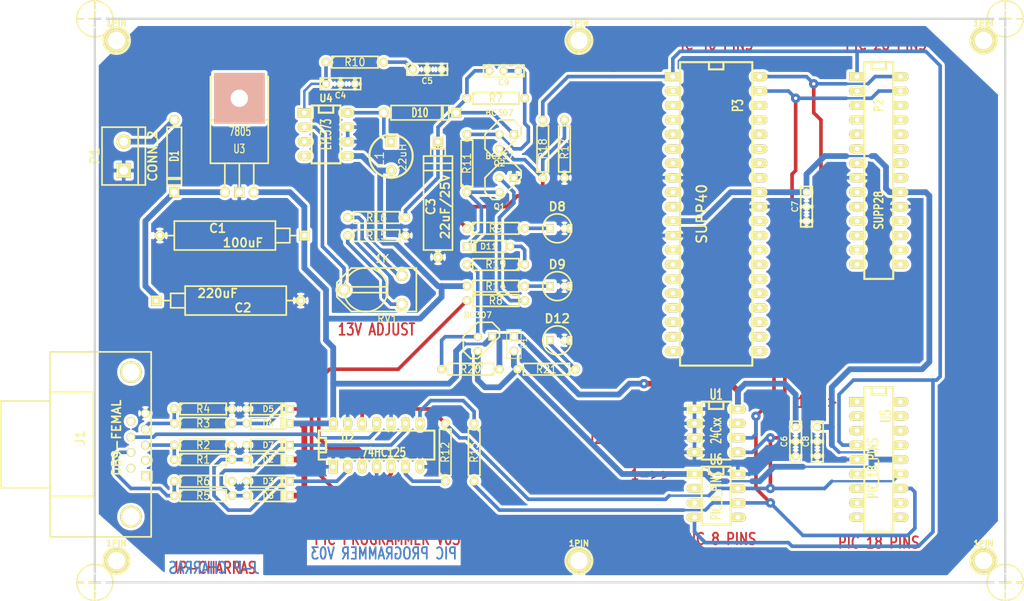
<source format=kicad_pcb>
(kicad_pcb (version 3) (host pcbnew "(2014-01-04 BZR 4608)-product")
  (title_block (title "SERIAL PIC PROGRAMMER"))
  (layers (15 Composant signal) (0 Cuivre signal) (18 B.Paste user) (19 F.Paste user) (20 B.SilkS user) (21 F.SilkS user) (22 B.Mask user) (23 F.Mask user) (28 Edge.Cuts user))
  (net 0 "")
  (net 1 /CTS)
  (net 2 /DTR)
  (net 3 /PC-CLOCK-OUT)
  (net 4 /TXD)
  (net 5 /pic_sockets.sch/CLOCK-RB6)
  (net 6 /pic_sockets.sch/DATA-RB7)
  (net 7 /pic_sockets.sch/VCC_PIC)
  (net 8 /pic_sockets.sch/VPP-MCLR)
  (net 9 GND)
  (net 10 "Net-(C2-Pad1)")
  (net 11 "Net-(C4-Pad1)")
  (net 12 "Net-(C5-Pad1)")
  (net 13 "Net-(C9-Pad2)")
  (net 14 "Net-(D1-Pad1)")
  (net 15 "Net-(D10-Pad1)")
  (net 16 "Net-(D11-Pad1)")
  (net 17 "Net-(D11-Pad2)")
  (net 18 "Net-(D12-Pad1)")
  (net 19 "Net-(D2-Pad1)")
  (net 20 "Net-(D4-Pad1)")
  (net 21 "Net-(D6-Pad1)")
  (net 22 "Net-(D8-Pad1)")
  (net 23 "Net-(D9-Pad1)")
  (net 24 "Net-(Q1-Pad2)")
  (net 25 "Net-(Q2-Pad3)")
  (net 26 "Net-(Q3-Pad2)")
  (net 27 "Net-(R12-Pad1)")
  (net 28 "Net-(R13-Pad1)")
  (net 29 "Net-(R15-Pad1)")
  (net 30 "Net-(R16-Pad1)")
  (net 31 "Net-(R8-Pad1)")
  (net 32 "Net-(RV1-Pad2)")
  (net 33 VCC)
  (net 34 VPP)
  (module INDUCTOR_V (layer Composant) (at 125.73 64.77 270)
    (fp_text reference L1 (at 0.508 2.032 270) (layer F.SilkS) (effects (font (thickness 0.2032))))
    (fp_text value 22uH (at 0.254 -2.032 270) (layer F.SilkS) (effects (font (size 1.27 1.27) (thickness 0.2032))))
    (pad 1 thru_hole rect (at -2.54 0 270) (size 1.905 1.905) (drill 0.812799) (layers *.Cu *.Mask F.SilkS) (net 15 "Net-(D10-Pad1)"))
    (pad 2 thru_hole circle (at 2.54 0 270) (size 1.905 1.905) (drill 0.812799) (layers *.Cu *.Mask F.SilkS) (net 33 VCC))
  )
  (module 14DIP-ELL300 (layer Composant) (at 123.19 115.57)
    (fp_text reference U2 (at -5.08 -1.27) (layer F.SilkS) (effects (font (size 1.524 1.143) (thickness 0.3048))))
    (fp_text value 74HC125 (at 1.27 1.27) (layer F.SilkS) (effects (font (size 1.524 1.143) (thickness 0.3048))))
    (pad 1 thru_hole rect (at -7.62 3.81) (size 1.5748 2.286) (drill 0.812799) (layers *.Cu *.Mask F.SilkS) (net 9 GND))
    (pad 2 thru_hole oval (at -5.08 3.81) (size 1.5748 2.286) (drill 0.812799) (layers *.Cu *.Mask F.SilkS) (net 19 "Net-(D2-Pad1)"))
    (pad 3 thru_hole oval (at -2.54 3.81) (size 1.5748 2.286) (drill 0.812799) (layers *.Cu *.Mask F.SilkS) (net 31 "Net-(R8-Pad1)"))
    (pad 4 thru_hole oval (at 0 3.81) (size 1.5748 2.286) (drill 0.812799) (layers *.Cu *.Mask F.SilkS) (net 9 GND))
    (pad 5 thru_hole oval (at 2.54 3.81) (size 1.5748 2.286) (drill 0.812799) (layers *.Cu *.Mask F.SilkS) (net 20 "Net-(D4-Pad1)"))
    (pad 6 thru_hole oval (at 5.08 3.81) (size 1.5748 2.286) (drill 0.812799) (layers *.Cu *.Mask F.SilkS) (net 27 "Net-(R12-Pad1)"))
    (pad 7 thru_hole oval (at 7.62 3.81) (size 1.5748 2.286) (drill 0.812799) (layers *.Cu *.Mask F.SilkS) (net 9 GND))
    (pad 8 thru_hole oval (at 7.62 -3.81) (size 1.5748 2.286) (drill 0.812799) (layers *.Cu *.Mask F.SilkS) (net 28 "Net-(R13-Pad1)"))
    (pad 9 thru_hole oval (at 5.08 -3.81) (size 1.5748 2.286) (drill 0.812799) (layers *.Cu *.Mask F.SilkS) (net 21 "Net-(D6-Pad1)"))
    (pad 10 thru_hole oval (at 2.54 -3.81) (size 1.5748 2.286) (drill 0.812799) (layers *.Cu *.Mask F.SilkS) (net 9 GND))
    (pad 11 thru_hole oval (at 0 -3.81) (size 1.5748 2.286) (drill 0.812799) (layers *.Cu *.Mask F.SilkS) (net 1 /CTS))
    (pad 12 thru_hole oval (at -2.54 -3.81) (size 1.5748 2.286) (drill 0.812799) (layers *.Cu *.Mask F.SilkS) (net 6 /pic_sockets.sch/DATA-RB7))
    (pad 13 thru_hole oval (at -5.08 -3.81) (size 1.5748 2.286) (drill 0.812799) (layers *.Cu *.Mask F.SilkS) (net 9 GND))
    (pad 14 thru_hole oval (at -7.62 -3.81) (size 1.5748 2.286) (drill 0.812799) (layers *.Cu *.Mask F.SilkS) (net 33 VCC))
  )
  (module 18DIP-ELL300 (layer Composant) (at 211.455 118.11 270)
    (fp_text reference U5 (at -7.62 -1.27 270) (layer F.SilkS) (effects (font (size 1.778 1.143) (thickness 0.3048))))
    (fp_text value PIC_18_PINS (at 1.524 1.016 270) (layer F.SilkS) (effects (font (size 1.778 1.143) (thickness 0.3048))))
    (pad 1 thru_hole rect (at -10.16 3.81 270) (size 1.5748 2.794) (drill 0.812799) (layers *.Cu *.Mask F.SilkS))
    (pad 2 thru_hole oval (at -7.62 3.81 270) (size 1.5748 2.794) (drill 0.812799) (layers *.Cu *.Mask F.SilkS))
    (pad 3 thru_hole oval (at -5.08 3.81 270) (size 1.5748 2.794) (drill 0.812799) (layers *.Cu *.Mask F.SilkS))
    (pad 4 thru_hole oval (at -2.54 3.81 270) (size 1.5748 2.794) (drill 0.812799) (layers *.Cu *.Mask F.SilkS) (net 8 /pic_sockets.sch/VPP-MCLR))
    (pad 5 thru_hole oval (at 0 3.81 270) (size 1.5748 2.794) (drill 0.812799) (layers *.Cu *.Mask F.SilkS) (net 9 GND))
    (pad 6 thru_hole oval (at 2.54 3.81 270) (size 1.5748 2.794) (drill 0.812799) (layers *.Cu *.Mask F.SilkS))
    (pad 7 thru_hole oval (at 5.08 3.81 270) (size 1.5748 2.794) (drill 0.812799) (layers *.Cu *.Mask F.SilkS))
    (pad 8 thru_hole oval (at 7.62 3.81 270) (size 1.5748 2.794) (drill 0.812799) (layers *.Cu *.Mask F.SilkS))
    (pad 9 thru_hole oval (at 10.16 3.81 270) (size 1.5748 2.794) (drill 0.812799) (layers *.Cu *.Mask F.SilkS))
    (pad 10 thru_hole oval (at 10.16 -3.81 270) (size 1.5748 2.794) (drill 0.812799) (layers *.Cu *.Mask F.SilkS))
    (pad 11 thru_hole oval (at 7.62 -3.81 270) (size 1.5748 2.794) (drill 0.812799) (layers *.Cu *.Mask F.SilkS))
    (pad 12 thru_hole oval (at 5.08 -3.81 270) (size 1.5748 2.794) (drill 0.812799) (layers *.Cu *.Mask F.SilkS) (net 5 /pic_sockets.sch/CLOCK-RB6))
    (pad 13 thru_hole oval (at 2.54 -3.81 270) (size 1.5748 2.794) (drill 0.812799) (layers *.Cu *.Mask F.SilkS) (net 6 /pic_sockets.sch/DATA-RB7))
    (pad 14 thru_hole oval (at 0 -3.81 270) (size 1.5748 2.794) (drill 0.812799) (layers *.Cu *.Mask F.SilkS) (net 7 /pic_sockets.sch/VCC_PIC))
    (pad 15 thru_hole oval (at -2.54 -3.81 270) (size 1.5748 2.794) (drill 0.812799) (layers *.Cu *.Mask F.SilkS))
    (pad 16 thru_hole oval (at -5.08 -3.81 270) (size 1.5748 2.794) (drill 0.812799) (layers *.Cu *.Mask F.SilkS))
    (pad 17 thru_hole oval (at -7.62 -3.81 270) (size 1.5748 2.794) (drill 0.812799) (layers *.Cu *.Mask F.SilkS))
    (pad 18 thru_hole oval (at -10.16 -3.81 270) (size 1.5748 2.794) (drill 0.812799) (layers *.Cu *.Mask F.SilkS))
  )
  (module 8DIP-ELL300 (layer Composant) (at 182.88 113.03 270)
    (fp_text reference U1 (at -6.35 0 360) (layer F.SilkS) (effects (font (size 1.778 1.143) (thickness 0.3048))))
    (fp_text value 24Cxx (at 0 0 270) (layer F.SilkS) (effects (font (size 1.778 1.016) (thickness 0.3048))))
    (pad 1 thru_hole rect (at -3.81 3.81 270) (size 1.5748 2.794) (drill 0.812799) (layers *.Cu *.Mask F.SilkS) (net 9 GND))
    (pad 2 thru_hole oval (at -1.27 3.81 270) (size 1.5748 2.794) (drill 0.812799) (layers *.Cu *.Mask F.SilkS) (net 9 GND))
    (pad 3 thru_hole oval (at 1.27 3.81 270) (size 1.5748 2.794) (drill 0.812799) (layers *.Cu *.Mask F.SilkS) (net 9 GND))
    (pad 4 thru_hole oval (at 3.81 3.81 270) (size 1.5748 2.794) (drill 0.812799) (layers *.Cu *.Mask F.SilkS) (net 9 GND))
    (pad 5 thru_hole oval (at 3.81 -3.81 270) (size 1.5748 2.794) (drill 0.812799) (layers *.Cu *.Mask F.SilkS) (net 6 /pic_sockets.sch/DATA-RB7))
    (pad 6 thru_hole oval (at 1.27 -3.81 270) (size 1.5748 2.794) (drill 0.812799) (layers *.Cu *.Mask F.SilkS) (net 5 /pic_sockets.sch/CLOCK-RB6))
    (pad 7 thru_hole oval (at -1.27 -3.81 270) (size 1.5748 2.794) (drill 0.812799) (layers *.Cu *.Mask F.SilkS))
    (pad 8 thru_hole oval (at -3.81 -3.81 270) (size 1.5748 2.794) (drill 0.812799) (layers *.Cu *.Mask F.SilkS) (net 33 VCC))
  )
  (module 8DIP-ELL300 (layer Composant) (at 114.3 60.96 270)
    (fp_text reference U4 (at -6.35 0 360) (layer F.SilkS) (effects (font (size 1.27 1.143) (thickness 0.3048))))
    (fp_text value LT1373 (at 0 0 270) (layer F.SilkS) (effects (font (size 1.778 1.016) (thickness 0.3048))))
    (pad 1 thru_hole rect (at -3.81 3.81 270) (size 1.5748 2.286) (drill 0.812799) (layers *.Cu *.Mask F.SilkS) (net 11 "Net-(C4-Pad1)"))
    (pad 2 thru_hole oval (at -1.27 3.81 270) (size 1.5748 2.286) (drill 0.812799) (layers *.Cu *.Mask F.SilkS) (net 32 "Net-(RV1-Pad2)"))
    (pad 3 thru_hole oval (at 1.27 3.81 270) (size 1.5748 2.286) (drill 0.812799) (layers *.Cu *.Mask F.SilkS))
    (pad 4 thru_hole oval (at 3.81 3.81 270) (size 1.5748 2.286) (drill 0.812799) (layers *.Cu *.Mask F.SilkS))
    (pad 5 thru_hole oval (at 3.81 -3.81 270) (size 1.5748 2.286) (drill 0.812799) (layers *.Cu *.Mask F.SilkS) (net 33 VCC))
    (pad 6 thru_hole oval (at 1.27 -3.81 270) (size 1.5748 2.286) (drill 0.812799) (layers *.Cu *.Mask F.SilkS) (net 9 GND))
    (pad 7 thru_hole oval (at -1.27 -3.81 270) (size 1.5748 2.286) (drill 0.812799) (layers *.Cu *.Mask F.SilkS) (net 9 GND))
    (pad 8 thru_hole oval (at -3.81 -3.81 270) (size 1.5748 2.286) (drill 0.812799) (layers *.Cu *.Mask F.SilkS) (net 15 "Net-(D10-Pad1)"))
  )
  (module 8DIP-ELL300 (layer Composant) (at 182.88 124.46 270)
    (fp_text reference U6 (at -6.35 0 360) (layer F.SilkS) (effects (font (size 1.778 1.143) (thickness 0.3048))))
    (fp_text value PIC_8_PINS (at 0 0 270) (layer F.SilkS) (effects (font (size 1.778 1.016) (thickness 0.3048))))
    (pad 1 thru_hole rect (at -3.81 3.81 270) (size 1.5748 2.794) (drill 0.812799) (layers *.Cu *.Mask F.SilkS) (net 7 /pic_sockets.sch/VCC_PIC))
    (pad 2 thru_hole oval (at -1.27 3.81 270) (size 1.5748 2.794) (drill 0.812799) (layers *.Cu *.Mask F.SilkS))
    (pad 3 thru_hole oval (at 1.27 3.81 270) (size 1.5748 2.794) (drill 0.812799) (layers *.Cu *.Mask F.SilkS))
    (pad 4 thru_hole oval (at 3.81 3.81 270) (size 1.5748 2.794) (drill 0.812799) (layers *.Cu *.Mask F.SilkS) (net 8 /pic_sockets.sch/VPP-MCLR))
    (pad 5 thru_hole oval (at 3.81 -3.81 270) (size 1.5748 2.794) (drill 0.812799) (layers *.Cu *.Mask F.SilkS))
    (pad 6 thru_hole oval (at 1.27 -3.81 270) (size 1.5748 2.794) (drill 0.812799) (layers *.Cu *.Mask F.SilkS) (net 5 /pic_sockets.sch/CLOCK-RB6))
    (pad 7 thru_hole oval (at -1.27 -3.81 270) (size 1.5748 2.794) (drill 0.812799) (layers *.Cu *.Mask F.SilkS) (net 6 /pic_sockets.sch/DATA-RB7))
    (pad 8 thru_hole oval (at -3.81 -3.81 270) (size 1.5748 2.794) (drill 0.812799) (layers *.Cu *.Mask F.SilkS) (net 9 GND))
  )
  (module 28DIP-ELL300 (layer Composant) (at 211.455 67.31 270)
    (fp_text reference P2 (at -11.43 0 270) (layer F.SilkS) (effects (font (size 1.524 1.143) (thickness 0.3048))))
    (fp_text value SUPP28 (at 6.985 0 270) (layer F.SilkS) (effects (font (size 1.524 1.143) (thickness 0.3048))))
    (pad 2 thru_hole oval (at -13.97 3.81 270) (size 1.5748 2.794) (drill 0.812799) (layers *.Cu *.Mask F.SilkS))
    (pad 3 thru_hole oval (at -11.43 3.81 270) (size 1.5748 2.794) (drill 0.812799) (layers *.Cu *.Mask F.SilkS))
    (pad 4 thru_hole oval (at -8.89 3.81 270) (size 1.5748 2.794) (drill 0.812799) (layers *.Cu *.Mask F.SilkS))
    (pad 5 thru_hole oval (at -6.35 3.81 270) (size 1.5748 2.794) (drill 0.812799) (layers *.Cu *.Mask F.SilkS))
    (pad 6 thru_hole oval (at -3.81 3.81 270) (size 1.5748 2.794) (drill 0.812799) (layers *.Cu *.Mask F.SilkS))
    (pad 7 thru_hole oval (at -1.27 3.81 270) (size 1.5748 2.794) (drill 0.812799) (layers *.Cu *.Mask F.SilkS))
    (pad 8 thru_hole oval (at 1.27 3.81 270) (size 1.5748 2.794) (drill 0.812799) (layers *.Cu *.Mask F.SilkS) (net 9 GND))
    (pad 9 thru_hole oval (at 3.81 3.81 270) (size 1.5748 2.794) (drill 0.812799) (layers *.Cu *.Mask F.SilkS))
    (pad 10 thru_hole oval (at 6.35 3.81 270) (size 1.5748 2.794) (drill 0.812799) (layers *.Cu *.Mask F.SilkS))
    (pad 11 thru_hole oval (at 8.89 3.81 270) (size 1.5748 2.794) (drill 0.812799) (layers *.Cu *.Mask F.SilkS))
    (pad 12 thru_hole oval (at 11.43 3.81 270) (size 1.5748 2.794) (drill 0.812799) (layers *.Cu *.Mask F.SilkS))
    (pad 13 thru_hole oval (at 13.97 3.81 270) (size 1.5748 2.794) (drill 0.812799) (layers *.Cu *.Mask F.SilkS))
    (pad 14 thru_hole oval (at 16.51 3.81 270) (size 1.5748 2.794) (drill 0.812799) (layers *.Cu *.Mask F.SilkS))
    (pad 1 thru_hole rect (at -16.51 3.81 270) (size 1.5748 2.794) (drill 0.812799) (layers *.Cu *.Mask F.SilkS) (net 8 /pic_sockets.sch/VPP-MCLR))
    (pad 15 thru_hole oval (at 16.51 -3.81 270) (size 1.5748 2.794) (drill 0.812799) (layers *.Cu *.Mask F.SilkS))
    (pad 16 thru_hole oval (at 13.97 -3.81 270) (size 1.5748 2.794) (drill 0.812799) (layers *.Cu *.Mask F.SilkS))
    (pad 17 thru_hole oval (at 11.43 -3.81 270) (size 1.5748 2.794) (drill 0.812799) (layers *.Cu *.Mask F.SilkS))
    (pad 18 thru_hole oval (at 8.89 -3.81 270) (size 1.5748 2.794) (drill 0.812799) (layers *.Cu *.Mask F.SilkS))
    (pad 19 thru_hole oval (at 6.35 -3.81 270) (size 1.5748 2.794) (drill 0.812799) (layers *.Cu *.Mask F.SilkS) (net 9 GND))
    (pad 20 thru_hole oval (at 3.81 -3.81 270) (size 1.5748 2.794) (drill 0.812799) (layers *.Cu *.Mask F.SilkS) (net 7 /pic_sockets.sch/VCC_PIC))
    (pad 21 thru_hole oval (at 1.27 -3.81 270) (size 1.5748 2.794) (drill 0.812799) (layers *.Cu *.Mask F.SilkS))
    (pad 22 thru_hole oval (at -1.27 -3.81 270) (size 1.5748 2.794) (drill 0.812799) (layers *.Cu *.Mask F.SilkS))
    (pad 23 thru_hole oval (at -3.81 -3.81 270) (size 1.5748 2.794) (drill 0.812799) (layers *.Cu *.Mask F.SilkS))
    (pad 24 thru_hole oval (at -6.35 -3.81 270) (size 1.5748 2.794) (drill 0.812799) (layers *.Cu *.Mask F.SilkS))
    (pad 25 thru_hole oval (at -8.89 -3.81 270) (size 1.5748 2.794) (drill 0.812799) (layers *.Cu *.Mask F.SilkS))
    (pad 26 thru_hole oval (at -11.43 -3.81 270) (size 1.5748 2.794) (drill 0.812799) (layers *.Cu *.Mask F.SilkS))
    (pad 27 thru_hole oval (at -13.97 -3.81 270) (size 1.5748 2.794) (drill 0.812799) (layers *.Cu *.Mask F.SilkS) (net 5 /pic_sockets.sch/CLOCK-RB6))
    (pad 28 thru_hole oval (at -16.51 -3.81 270) (size 1.5748 2.794) (drill 0.812799) (layers *.Cu *.Mask F.SilkS) (net 6 /pic_sockets.sch/DATA-RB7))
  )
  (module 40DIP-ELL600 (layer Composant) (at 182.88 74.93 270)
    (fp_text reference P3 (at -19.05 -3.81 270) (layer F.SilkS) (effects (font (size 1.778 1.143) (thickness 0.3048))))
    (fp_text value SUPP40 (at 0 2.54 270) (layer F.SilkS) (effects (font (size 1.778 1.778) (thickness 0.3048))))
    (pad 1 thru_hole rect (at -24.13 7.62 270) (size 1.5748 2.794) (drill 0.812799) (layers *.Cu *.Mask F.SilkS) (net 8 /pic_sockets.sch/VPP-MCLR))
    (pad 2 thru_hole oval (at -21.59 7.62 270) (size 1.5748 2.794) (drill 0.812799) (layers *.Cu *.Mask F.SilkS))
    (pad 3 thru_hole oval (at -19.05 7.62 270) (size 1.5748 2.794) (drill 0.812799) (layers *.Cu *.Mask F.SilkS))
    (pad 4 thru_hole oval (at -16.51 7.62 270) (size 1.5748 2.794) (drill 0.812799) (layers *.Cu *.Mask F.SilkS))
    (pad 5 thru_hole oval (at -13.97 7.62 270) (size 1.5748 2.794) (drill 0.812799) (layers *.Cu *.Mask F.SilkS))
    (pad 6 thru_hole oval (at -11.43 7.62 270) (size 1.5748 2.794) (drill 0.812799) (layers *.Cu *.Mask F.SilkS))
    (pad 7 thru_hole oval (at -8.89 7.62 270) (size 1.5748 2.794) (drill 0.812799) (layers *.Cu *.Mask F.SilkS))
    (pad 8 thru_hole oval (at -6.35 7.62 270) (size 1.5748 2.794) (drill 0.812799) (layers *.Cu *.Mask F.SilkS) (net 9 GND))
    (pad 9 thru_hole oval (at -3.81 7.62 270) (size 1.5748 2.794) (drill 0.812799) (layers *.Cu *.Mask F.SilkS))
    (pad 10 thru_hole oval (at -1.27 7.62 270) (size 1.5748 2.794) (drill 0.812799) (layers *.Cu *.Mask F.SilkS))
    (pad 11 thru_hole oval (at 1.27 7.62 270) (size 1.5748 2.794) (drill 0.812799) (layers *.Cu *.Mask F.SilkS) (net 7 /pic_sockets.sch/VCC_PIC))
    (pad 12 thru_hole oval (at 3.81 7.62 270) (size 1.5748 2.794) (drill 0.812799) (layers *.Cu *.Mask F.SilkS) (net 9 GND))
    (pad 13 thru_hole oval (at 6.35 7.62 270) (size 1.5748 2.794) (drill 0.812799) (layers *.Cu *.Mask F.SilkS))
    (pad 14 thru_hole oval (at 8.89 7.62 270) (size 1.5748 2.794) (drill 0.812799) (layers *.Cu *.Mask F.SilkS))
    (pad 15 thru_hole oval (at 11.43 7.62 270) (size 1.5748 2.794) (drill 0.812799) (layers *.Cu *.Mask F.SilkS))
    (pad 16 thru_hole oval (at 13.97 7.62 270) (size 1.5748 2.794) (drill 0.812799) (layers *.Cu *.Mask F.SilkS))
    (pad 17 thru_hole oval (at 16.51 7.62 270) (size 1.5748 2.794) (drill 0.812799) (layers *.Cu *.Mask F.SilkS))
    (pad 18 thru_hole oval (at 19.05 7.62 270) (size 1.5748 2.794) (drill 0.812799) (layers *.Cu *.Mask F.SilkS))
    (pad 19 thru_hole oval (at 21.59 7.62 270) (size 1.5748 2.794) (drill 0.812799) (layers *.Cu *.Mask F.SilkS))
    (pad 20 thru_hole oval (at 24.13 7.62 270) (size 1.5748 2.794) (drill 0.812799) (layers *.Cu *.Mask F.SilkS))
    (pad 21 thru_hole oval (at 24.13 -7.62 270) (size 1.5748 2.794) (drill 0.812799) (layers *.Cu *.Mask F.SilkS))
    (pad 22 thru_hole oval (at 21.59 -7.62 270) (size 1.5748 2.794) (drill 0.812799) (layers *.Cu *.Mask F.SilkS))
    (pad 23 thru_hole oval (at 19.05 -7.62 270) (size 1.5748 2.794) (drill 0.812799) (layers *.Cu *.Mask F.SilkS))
    (pad 24 thru_hole oval (at 16.51 -7.62 270) (size 1.5748 2.794) (drill 0.812799) (layers *.Cu *.Mask F.SilkS))
    (pad 25 thru_hole oval (at 13.97 -7.62 270) (size 1.5748 2.794) (drill 0.812799) (layers *.Cu *.Mask F.SilkS))
    (pad 26 thru_hole oval (at 11.43 -7.62 270) (size 1.5748 2.794) (drill 0.812799) (layers *.Cu *.Mask F.SilkS))
    (pad 27 thru_hole oval (at 8.89 -7.62 270) (size 1.5748 2.794) (drill 0.812799) (layers *.Cu *.Mask F.SilkS))
    (pad 28 thru_hole oval (at 6.35 -7.62 270) (size 1.5748 2.794) (drill 0.812799) (layers *.Cu *.Mask F.SilkS))
    (pad 29 thru_hole oval (at 3.81 -7.62 270) (size 1.5748 2.794) (drill 0.812799) (layers *.Cu *.Mask F.SilkS))
    (pad 30 thru_hole oval (at 1.27 -7.62 270) (size 1.5748 2.794) (drill 0.812799) (layers *.Cu *.Mask F.SilkS))
    (pad 31 thru_hole oval (at -1.27 -7.62 270) (size 1.5748 2.794) (drill 0.812799) (layers *.Cu *.Mask F.SilkS) (net 9 GND))
    (pad 32 thru_hole oval (at -3.81 -7.62 270) (size 1.5748 2.794) (drill 0.812799) (layers *.Cu *.Mask F.SilkS) (net 7 /pic_sockets.sch/VCC_PIC))
    (pad 33 thru_hole oval (at -6.35 -7.62 270) (size 1.5748 2.794) (drill 0.812799) (layers *.Cu *.Mask F.SilkS))
    (pad 34 thru_hole oval (at -8.89 -7.62 270) (size 1.5748 2.794) (drill 0.812799) (layers *.Cu *.Mask F.SilkS))
    (pad 35 thru_hole oval (at -11.43 -7.62 270) (size 1.5748 2.794) (drill 0.812799) (layers *.Cu *.Mask F.SilkS))
    (pad 36 thru_hole oval (at -13.97 -7.62 270) (size 1.5748 2.794) (drill 0.812799) (layers *.Cu *.Mask F.SilkS))
    (pad 37 thru_hole oval (at -16.51 -7.62 270) (size 1.5748 2.794) (drill 0.812799) (layers *.Cu *.Mask F.SilkS))
    (pad 38 thru_hole oval (at -19.05 -7.62 270) (size 1.5748 2.794) (drill 0.812799) (layers *.Cu *.Mask F.SilkS))
    (pad 39 thru_hole oval (at -21.59 -7.62 270) (size 1.5748 2.794) (drill 0.812799) (layers *.Cu *.Mask F.SilkS) (net 5 /pic_sockets.sch/CLOCK-RB6))
    (pad 40 thru_hole oval (at -24.13 -7.62 270) (size 1.5748 2.794) (drill 0.812799) (layers *.Cu *.Mask F.SilkS) (net 6 /pic_sockets.sch/DATA-RB7))
  )
  (module D5 (layer Composant) (at 130.81 57.15)
    (fp_text reference D10 (at 0 0) (layer F.SilkS) (effects (font (size 1.524 1.016) (thickness 0.3048))))
    (fp_text value SCHOTTKY hide)
    (pad 1 thru_hole circle (at -6.35 0) (size 1.778 1.778) (drill 1.143) (layers *.Cu *.Mask F.SilkS) (net 15 "Net-(D10-Pad1)"))
    (pad 2 thru_hole rect (at 6.35 0) (size 1.778 1.778) (drill 1.143) (layers *.Cu *.Mask F.SilkS) (net 34 VPP))
  )
  (module D5 (layer Composant) (at 87.63 64.77 270)
    (fp_text reference D1 (at 0 0 270) (layer F.SilkS) (effects (font (size 1.524 1.016) (thickness 0.3048))))
    (fp_text value 1N4004 hide)
    (pad 1 thru_hole circle (at -6.35 0 270) (size 1.778 1.778) (drill 1.143) (layers *.Cu *.Mask F.SilkS) (net 14 "Net-(D1-Pad1)"))
    (pad 2 thru_hole rect (at 6.35 0 270) (size 1.778 1.778) (drill 1.143) (layers *.Cu *.Mask F.SilkS) (net 10 "Net-(C2-Pad1)"))
  )
  (module D3 (layer Composant) (at 104.14 115.57)
    (fp_text reference D7 (at 0 0) (layer F.SilkS) (effects (font (size 1.016 1.016) (thickness 0.2032))))
    (fp_text value BAT43 hide)
    (pad 2 thru_hole rect (at 3.81 0) (size 1.397 1.397) (drill 0.8128) (layers *.Cu *.Mask F.SilkS) (net 21 "Net-(D6-Pad1)"))
    (pad 1 thru_hole circle (at -3.81 0) (size 1.397 1.397) (drill 0.8128) (layers *.Cu *.Mask F.SilkS) (net 9 GND))
  )
  (module D3 (layer Composant) (at 104.14 118.11)
    (fp_text reference D2 (at 0 0) (layer F.SilkS) (effects (font (size 1.016 1.016) (thickness 0.2032))))
    (fp_text value BAT43 hide)
    (pad 2 thru_hole rect (at 3.81 0) (size 1.397 1.397) (drill 0.8128) (layers *.Cu *.Mask F.SilkS) (net 33 VCC))
    (pad 1 thru_hole circle (at -3.81 0) (size 1.397 1.397) (drill 0.8128) (layers *.Cu *.Mask F.SilkS) (net 19 "Net-(D2-Pad1)"))
  )
  (module D3 (layer Composant) (at 104.14 121.92)
    (fp_text reference D3 (at 0 0) (layer F.SilkS) (effects (font (size 1.016 1.016) (thickness 0.2032))))
    (fp_text value BAT43 hide)
    (pad 2 thru_hole rect (at 3.81 0) (size 1.397 1.397) (drill 0.8128) (layers *.Cu *.Mask F.SilkS) (net 19 "Net-(D2-Pad1)"))
    (pad 1 thru_hole circle (at -3.81 0) (size 1.397 1.397) (drill 0.8128) (layers *.Cu *.Mask F.SilkS) (net 9 GND))
  )
  (module D3 (layer Composant) (at 104.14 111.76)
    (fp_text reference D4 (at 0 0) (layer F.SilkS) (effects (font (size 1.016 1.016) (thickness 0.2032))))
    (fp_text value BAT43 hide)
    (pad 2 thru_hole rect (at 3.81 0) (size 1.397 1.397) (drill 0.8128) (layers *.Cu *.Mask F.SilkS) (net 33 VCC))
    (pad 1 thru_hole circle (at -3.81 0) (size 1.397 1.397) (drill 0.8128) (layers *.Cu *.Mask F.SilkS) (net 20 "Net-(D4-Pad1)"))
  )
  (module D3 (layer Composant) (at 104.14 109.22)
    (fp_text reference D5 (at 0 0) (layer F.SilkS) (effects (font (size 1.016 1.016) (thickness 0.2032))))
    (fp_text value BAT43 hide)
    (pad 2 thru_hole rect (at 3.81 0) (size 1.397 1.397) (drill 0.8128) (layers *.Cu *.Mask F.SilkS) (net 20 "Net-(D4-Pad1)"))
    (pad 1 thru_hole circle (at -3.81 0) (size 1.397 1.397) (drill 0.8128) (layers *.Cu *.Mask F.SilkS) (net 9 GND))
  )
  (module D3 (layer Composant) (at 104.14 124.46)
    (fp_text reference D6 (at 0 0) (layer F.SilkS) (effects (font (size 1.016 1.016) (thickness 0.2032))))
    (fp_text value BAT43 hide)
    (pad 2 thru_hole rect (at 3.81 0) (size 1.397 1.397) (drill 0.8128) (layers *.Cu *.Mask F.SilkS) (net 33 VCC))
    (pad 1 thru_hole circle (at -3.81 0) (size 1.397 1.397) (drill 0.8128) (layers *.Cu *.Mask F.SilkS) (net 21 "Net-(D6-Pad1)"))
  )
  (module D3 (layer Composant) (at 142.875 80.645 180)
    (fp_text reference D11 (at 0 0 180) (layer F.SilkS) (effects (font (size 1.016 1.016) (thickness 0.2032))))
    (fp_text value BAT43 hide)
    (pad 2 thru_hole rect (at 3.81 0 180) (size 1.397 1.397) (drill 0.8128) (layers *.Cu *.Mask F.SilkS) (net 17 "Net-(D11-Pad2)"))
    (pad 1 thru_hole circle (at -3.81 0 180) (size 1.397 1.397) (drill 0.8128) (layers *.Cu *.Mask F.SilkS) (net 16 "Net-(D11-Pad1)"))
  )
  (module R4 (layer Composant) (at 139.065 66.04 90)
    (fp_text reference R11 (at 0 0 90) (layer F.SilkS) (effects (font (size 1.397 1.27) (thickness 0.2032))))
    (fp_text value 22K hide)
    (pad 1 thru_hole circle (at -5.08 0 90) (size 1.524 1.524) (drill 0.8128) (layers *.Cu *.Mask F.SilkS) (net 17 "Net-(D11-Pad2)"))
    (pad 2 thru_hole circle (at 5.08 0 90) (size 1.524 1.524) (drill 0.8128) (layers *.Cu *.Mask F.SilkS) (net 13 "Net-(C9-Pad2)"))
  )
  (module R4 (layer Composant) (at 119.38 48.26)
    (fp_text reference R10 (at 0 0) (layer F.SilkS) (effects (font (size 1.397 1.27) (thickness 0.2032))))
    (fp_text value 5,1K hide)
    (pad 1 thru_hole circle (at -5.08 0) (size 1.524 1.524) (drill 0.8128) (layers *.Cu *.Mask F.SilkS) (net 11 "Net-(C4-Pad1)"))
    (pad 2 thru_hole circle (at 5.08 0) (size 1.524 1.524) (drill 0.8128) (layers *.Cu *.Mask F.SilkS) (net 12 "Net-(C5-Pad1)"))
  )
  (module R4 (layer Composant) (at 140.335 116.84 270)
    (fp_text reference R13 (at 0 0 270) (layer F.SilkS) (effects (font (size 1.397 1.27) (thickness 0.2032))))
    (fp_text value 470 hide)
    (pad 1 thru_hole circle (at -5.08 0 270) (size 1.524 1.524) (drill 0.8128) (layers *.Cu *.Mask F.SilkS) (net 28 "Net-(R13-Pad1)"))
    (pad 2 thru_hole circle (at 5.08 0 270) (size 1.524 1.524) (drill 0.8128) (layers *.Cu *.Mask F.SilkS) (net 5 /pic_sockets.sch/CLOCK-RB6))
  )
  (module R4 (layer Composant) (at 144.145 87.63)
    (fp_text reference R14 (at 0 0) (layer F.SilkS) (effects (font (size 1.397 1.27) (thickness 0.2032))))
    (fp_text value 470 hide)
    (pad 1 thru_hole circle (at -5.08 0) (size 1.524 1.524) (drill 0.8128) (layers *.Cu *.Mask F.SilkS) (net 33 VCC))
    (pad 2 thru_hole circle (at 5.08 0) (size 1.524 1.524) (drill 0.8128) (layers *.Cu *.Mask F.SilkS) (net 23 "Net-(D9-Pad1)"))
  )
  (module R4 (layer Composant) (at 123.19 78.74)
    (fp_text reference R15 (at 0 0) (layer F.SilkS) (effects (font (size 1.397 1.27) (thickness 0.2032))))
    (fp_text value 6.2K hide)
    (pad 1 thru_hole circle (at -5.08 0) (size 1.524 1.524) (drill 0.8128) (layers *.Cu *.Mask F.SilkS) (net 29 "Net-(R15-Pad1)"))
    (pad 2 thru_hole circle (at 5.08 0) (size 1.524 1.524) (drill 0.8128) (layers *.Cu *.Mask F.SilkS) (net 9 GND))
  )
  (module R4 (layer Composant) (at 92.71 115.57)
    (fp_text reference R2 (at 0 0) (layer F.SilkS) (effects (font (size 1.397 1.27) (thickness 0.2032))))
    (fp_text value 10K hide)
    (pad 1 thru_hole circle (at -5.08 0) (size 1.524 1.524) (drill 0.8128) (layers *.Cu *.Mask F.SilkS) (net 4 /TXD))
    (pad 2 thru_hole circle (at 5.08 0) (size 1.524 1.524) (drill 0.8128) (layers *.Cu *.Mask F.SilkS) (net 9 GND))
  )
  (module R4 (layer Composant) (at 92.71 111.76)
    (fp_text reference R3 (at 0 0) (layer F.SilkS) (effects (font (size 1.397 1.27) (thickness 0.2032))))
    (fp_text value 10K hide)
    (pad 1 thru_hole circle (at -5.08 0) (size 1.524 1.524) (drill 0.8128) (layers *.Cu *.Mask F.SilkS) (net 2 /DTR))
    (pad 2 thru_hole circle (at 5.08 0) (size 1.524 1.524) (drill 0.8128) (layers *.Cu *.Mask F.SilkS) (net 20 "Net-(D4-Pad1)"))
  )
  (module R4 (layer Composant) (at 92.71 109.22)
    (fp_text reference R4 (at 0 0) (layer F.SilkS) (effects (font (size 1.397 1.27) (thickness 0.2032))))
    (fp_text value 10K hide)
    (pad 1 thru_hole circle (at -5.08 0) (size 1.524 1.524) (drill 0.8128) (layers *.Cu *.Mask F.SilkS) (net 2 /DTR))
    (pad 2 thru_hole circle (at 5.08 0) (size 1.524 1.524) (drill 0.8128) (layers *.Cu *.Mask F.SilkS) (net 9 GND))
  )
  (module R4 (layer Composant) (at 92.71 124.46)
    (fp_text reference R5 (at 0 0) (layer F.SilkS) (effects (font (size 1.397 1.27) (thickness 0.2032))))
    (fp_text value 10K hide)
    (pad 1 thru_hole circle (at -5.08 0) (size 1.524 1.524) (drill 0.8128) (layers *.Cu *.Mask F.SilkS) (net 3 /PC-CLOCK-OUT))
    (pad 2 thru_hole circle (at 5.08 0) (size 1.524 1.524) (drill 0.8128) (layers *.Cu *.Mask F.SilkS) (net 21 "Net-(D6-Pad1)"))
  )
  (module R4 (layer Composant) (at 92.71 121.92)
    (fp_text reference R6 (at 0 0) (layer F.SilkS) (effects (font (size 1.397 1.27) (thickness 0.2032))))
    (fp_text value 10K hide)
    (pad 1 thru_hole circle (at -5.08 0) (size 1.524 1.524) (drill 0.8128) (layers *.Cu *.Mask F.SilkS) (net 3 /PC-CLOCK-OUT))
    (pad 2 thru_hole circle (at 5.08 0) (size 1.524 1.524) (drill 0.8128) (layers *.Cu *.Mask F.SilkS) (net 9 GND))
  )
  (module R4 (layer Composant) (at 144.145 54.61)
    (fp_text reference R7 (at 0 0) (layer F.SilkS) (effects (font (size 1.397 1.27) (thickness 0.2032))))
    (fp_text value 10K hide)
    (pad 1 thru_hole circle (at -5.08 0) (size 1.524 1.524) (drill 0.8128) (layers *.Cu *.Mask F.SilkS) (net 34 VPP))
    (pad 2 thru_hole circle (at 5.08 0) (size 1.524 1.524) (drill 0.8128) (layers *.Cu *.Mask F.SilkS) (net 13 "Net-(C9-Pad2)"))
  )
  (module R4 (layer Composant) (at 144.145 90.17)
    (fp_text reference R8 (at 0 0) (layer F.SilkS) (effects (font (size 1.397 1.27) (thickness 0.2032))))
    (fp_text value 1K hide)
    (pad 1 thru_hole circle (at -5.08 0) (size 1.524 1.524) (drill 0.8128) (layers *.Cu *.Mask F.SilkS) (net 31 "Net-(R8-Pad1)"))
    (pad 2 thru_hole circle (at 5.08 0) (size 1.524 1.524) (drill 0.8128) (layers *.Cu *.Mask F.SilkS) (net 24 "Net-(Q1-Pad2)"))
  )
  (module R4 (layer Composant) (at 123.19 75.565)
    (fp_text reference R16 (at 0 0) (layer F.SilkS) (effects (font (size 1.397 1.27) (thickness 0.2032))))
    (fp_text value 62K hide)
    (pad 1 thru_hole circle (at -5.08 0) (size 1.524 1.524) (drill 0.8128) (layers *.Cu *.Mask F.SilkS) (net 30 "Net-(R16-Pad1)"))
    (pad 2 thru_hole circle (at 5.08 0) (size 1.524 1.524) (drill 0.8128) (layers *.Cu *.Mask F.SilkS) (net 34 VPP))
  )
  (module R4 (layer Composant) (at 156.21 63.5 270)
    (fp_text reference R17 (at 0 0 270) (layer F.SilkS) (effects (font (size 1.397 1.27) (thickness 0.2032))))
    (fp_text value 22K hide)
    (pad 1 thru_hole circle (at -5.08 0 270) (size 1.524 1.524) (drill 0.8128) (layers *.Cu *.Mask F.SilkS) (net 25 "Net-(Q2-Pad3)"))
    (pad 2 thru_hole circle (at 5.08 0 270) (size 1.524 1.524) (drill 0.8128) (layers *.Cu *.Mask F.SilkS) (net 9 GND))
  )
  (module R4 (layer Composant) (at 135.255 116.84 90)
    (fp_text reference R12 (at 0 0 90) (layer F.SilkS) (effects (font (size 1.397 1.27) (thickness 0.2032))))
    (fp_text value 470 hide)
    (pad 1 thru_hole circle (at -5.08 0 90) (size 1.524 1.524) (drill 0.8128) (layers *.Cu *.Mask F.SilkS) (net 27 "Net-(R12-Pad1)"))
    (pad 2 thru_hole circle (at 5.08 0 90) (size 1.524 1.524) (drill 0.8128) (layers *.Cu *.Mask F.SilkS) (net 6 /pic_sockets.sch/DATA-RB7))
  )
  (module R4 (layer Composant) (at 144.145 77.47)
    (fp_text reference R9 (at 0 0) (layer F.SilkS) (effects (font (size 1.397 1.27) (thickness 0.2032))))
    (fp_text value 2.2K hide)
    (pad 1 thru_hole circle (at -5.08 0) (size 1.524 1.524) (drill 0.8128) (layers *.Cu *.Mask F.SilkS) (net 25 "Net-(Q2-Pad3)"))
    (pad 2 thru_hole circle (at 5.08 0) (size 1.524 1.524) (drill 0.8128) (layers *.Cu *.Mask F.SilkS) (net 22 "Net-(D8-Pad1)"))
  )
  (module R4 (layer Composant) (at 92.71 118.11)
    (fp_text reference R1 (at 0 0) (layer F.SilkS) (effects (font (size 1.397 1.27) (thickness 0.2032))))
    (fp_text value 10K hide)
    (pad 1 thru_hole circle (at -5.08 0) (size 1.524 1.524) (drill 0.8128) (layers *.Cu *.Mask F.SilkS) (net 4 /TXD))
    (pad 2 thru_hole circle (at 5.08 0) (size 1.524 1.524) (drill 0.8128) (layers *.Cu *.Mask F.SilkS) (net 19 "Net-(D2-Pad1)"))
  )
  (module R4 (layer Composant) (at 152.4 63.5 90)
    (fp_text reference R18 (at 0 0 90) (layer F.SilkS) (effects (font (size 1.397 1.27) (thickness 0.2032))))
    (fp_text value 220 hide)
    (pad 1 thru_hole circle (at -5.08 0 90) (size 1.524 1.524) (drill 0.8128) (layers *.Cu *.Mask F.SilkS) (net 25 "Net-(Q2-Pad3)"))
    (pad 2 thru_hole circle (at 5.08 0 90) (size 1.524 1.524) (drill 0.8128) (layers *.Cu *.Mask F.SilkS) (net 8 /pic_sockets.sch/VPP-MCLR))
  )
  (module R4 (layer Composant) (at 144.145 83.82 180)
    (fp_text reference R19 (at 0 0 180) (layer F.SilkS) (effects (font (size 1.397 1.27) (thickness 0.2032))))
    (fp_text value 2.2K hide)
    (pad 1 thru_hole circle (at -5.08 0 180) (size 1.524 1.524) (drill 0.8128) (layers *.Cu *.Mask F.SilkS) (net 16 "Net-(D11-Pad1)"))
    (pad 2 thru_hole circle (at 5.08 0 180) (size 1.524 1.524) (drill 0.8128) (layers *.Cu *.Mask F.SilkS) (net 26 "Net-(Q3-Pad2)"))
  )
  (module R4 (layer Composant) (at 139.7 102.235 180)
    (fp_text reference R20 (at 0 0 180) (layer F.SilkS) (effects (font (size 1.397 1.27) (thickness 0.2032))))
    (fp_text value 2.2K hide)
    (pad 1 thru_hole circle (at -5.08 0 180) (size 1.524 1.524) (drill 0.8128) (layers *.Cu *.Mask F.SilkS) (net 33 VCC))
    (pad 2 thru_hole circle (at 5.08 0 180) (size 1.524 1.524) (drill 0.8128) (layers *.Cu *.Mask F.SilkS) (net 26 "Net-(Q3-Pad2)"))
  )
  (module R4 (layer Composant) (at 153.035 102.235 180)
    (fp_text reference R21 (at 0 0 180) (layer F.SilkS) (effects (font (size 1.397 1.27) (thickness 0.2032))))
    (fp_text value 470 hide)
    (pad 1 thru_hole circle (at -5.08 0 180) (size 1.524 1.524) (drill 0.8128) (layers *.Cu *.Mask F.SilkS) (net 18 "Net-(D12-Pad1)"))
    (pad 2 thru_hole circle (at 5.08 0 180) (size 1.524 1.524) (drill 0.8128) (layers *.Cu *.Mask F.SilkS) (net 7 /pic_sockets.sch/VCC_PIC))
  )
  (module C1-1 (layer Composant) (at 145.542 49.784)
    (fp_text reference C9 (at 0 2.032) (layer F.SilkS) (effects (font (size 1.016 1.016) (thickness 0.2032))))
    (fp_text value 22OnF hide)
    (pad 1 thru_hole circle (at -2.54 0) (size 1.397 1.397) (drill 0.8128) (layers *.Cu *.Mask F.SilkS) (net 34 VPP))
    (pad 2 thru_hole circle (at 2.54 0) (size 1.397 1.397) (drill 0.8128) (layers *.Cu *.Mask F.SilkS) (net 13 "Net-(C9-Pad2)"))
    (pad 2 thru_hole circle (at 0 0) (size 1.397 1.397) (drill 0.8128) (layers *.Cu *.Mask F.SilkS) (net 13 "Net-(C9-Pad2)"))
  )
  (module TO92 (layer Composant) (at 146.05 62.23)
    (fp_text reference Q2 (at -1.27 3.81) (layer F.SilkS) (effects (font (size 1.016 1.016) (thickness 0.2032))))
    (fp_text value BC307 (at -1.27 -5.08) (layer F.SilkS) (effects (font (size 1.016 1.016) (thickness 0.2032))))
    (pad 1 thru_hole rect (at 1.27 -1.27) (size 1.397 1.397) (drill 0.8128) (layers *.Cu *.Mask F.SilkS) (net 34 VPP))
    (pad 2 thru_hole circle (at -1.27 -1.27) (size 1.397 1.397) (drill 0.8128) (layers *.Cu *.Mask F.SilkS) (net 13 "Net-(C9-Pad2)"))
    (pad 3 thru_hole circle (at -1.27 1.27) (size 1.397 1.397) (drill 0.8128) (layers *.Cu *.Mask F.SilkS) (net 25 "Net-(Q2-Pad3)"))
  )
  (module TO92 (layer Composant) (at 146.05 69.85)
    (fp_text reference Q1 (at -1.27 3.81) (layer F.SilkS) (effects (font (size 1.016 1.016) (thickness 0.2032))))
    (fp_text value BC237 (at -1.27 -5.08) (layer F.SilkS) (effects (font (size 1.016 1.016) (thickness 0.2032))))
    (pad 1 thru_hole rect (at 1.27 -1.27) (size 1.397 1.397) (drill 0.8128) (layers *.Cu *.Mask F.SilkS) (net 9 GND))
    (pad 2 thru_hole circle (at -1.27 -1.27) (size 1.397 1.397) (drill 0.8128) (layers *.Cu *.Mask F.SilkS) (net 24 "Net-(Q1-Pad2)"))
    (pad 3 thru_hole circle (at -1.27 1.27) (size 1.397 1.397) (drill 0.8128) (layers *.Cu *.Mask F.SilkS) (net 17 "Net-(D11-Pad2)"))
  )
  (module C1-1 (layer Composant) (at 200.66 114.935 270)
    (fp_text reference C8 (at 0 2.032 270) (layer F.SilkS) (effects (font (size 1.016 1.016) (thickness 0.2032))))
    (fp_text value 100nF hide)
    (pad 1 thru_hole circle (at -2.54 0 270) (size 1.397 1.397) (drill 0.8128) (layers *.Cu *.Mask F.SilkS) (net 7 /pic_sockets.sch/VCC_PIC))
    (pad 2 thru_hole circle (at 2.54 0 270) (size 1.397 1.397) (drill 0.8128) (layers *.Cu *.Mask F.SilkS) (net 9 GND))
    (pad 2 thru_hole circle (at 0 0 270) (size 1.397 1.397) (drill 0.8128) (layers *.Cu *.Mask F.SilkS) (net 9 GND))
  )
  (module LEDV (layer Composant) (at 154.94 97.155)
    (fp_text reference D12 (at 0 -3.81) (layer F.SilkS) (effects (font (thickness 0.3048))))
    (fp_text value YELLOW-LED hide)
    (pad 1 thru_hole rect (at -1.27 0) (size 1.397 1.397) (drill 0.8128) (layers *.Cu *.Mask F.SilkS) (net 18 "Net-(D12-Pad1)"))
    (pad 2 thru_hole circle (at 1.27 0) (size 1.397 1.397) (drill 0.8128) (layers *.Cu *.Mask F.SilkS) (net 9 GND))
  )
  (module TO92 (layer Composant) (at 142.24 97.79)
    (fp_text reference Q3 (at -1.27 3.81) (layer F.SilkS) (effects (font (size 1.016 1.016) (thickness 0.2032))))
    (fp_text value BC307 (at -1.27 -5.08) (layer F.SilkS) (effects (font (size 1.016 1.016) (thickness 0.2032))))
    (pad 1 thru_hole rect (at 1.27 -1.27) (size 1.397 1.397) (drill 0.8128) (layers *.Cu *.Mask F.SilkS) (net 33 VCC))
    (pad 2 thru_hole circle (at -1.27 -1.27) (size 1.397 1.397) (drill 0.8128) (layers *.Cu *.Mask F.SilkS) (net 26 "Net-(Q3-Pad2)"))
    (pad 3 thru_hole circle (at -1.27 1.27) (size 1.397 1.397) (drill 0.8128) (layers *.Cu *.Mask F.SilkS) (net 7 /pic_sockets.sch/VCC_PIC))
  )
  (module PIN_ARRAY_2X1 (layer Composant) (at 147.32 97.79 270)
    (fp_text reference JP1 (at 0 -1.905 270) (layer F.SilkS) (effects (font (size 0.762 0.762) (thickness 0.1524))))
    (fp_text value JUMPER hide)
    (pad 1 thru_hole rect (at -1.27 0 270) (size 1.524 1.524) (drill 1.016) (layers *.Cu *.Mask F.SilkS) (net 33 VCC))
    (pad 2 thru_hole circle (at 1.27 0 270) (size 1.524 1.524) (drill 1.016) (layers *.Cu *.Mask F.SilkS) (net 7 /pic_sockets.sch/VCC_PIC))
  )
  (module RV2X4 (layer Composant) (at 122.555 88.265 180)
    (fp_text reference RV1 (at -2.54 -5.08 180) (layer F.SilkS) (effects (font (size 1.397 1.27) (thickness 0.2032))))
    (fp_text value 1K (at -1.651 5.461 180) (layer F.SilkS) (effects (font (size 1.397 1.27) (thickness 0.2032))))
    (pad 1 thru_hole circle (at -5.08 -2.54 180) (size 2.032 2.032) (drill 1.27) (layers *.Cu *.Mask F.SilkS) (net 29 "Net-(R15-Pad1)"))
    (pad 2 thru_hole circle (at 5.08 0 180) (size 2.032 2.032) (drill 1.27) (layers *.Cu *.Mask F.SilkS) (net 32 "Net-(RV1-Pad2)"))
    (pad 3 thru_hole circle (at -5.08 2.54 180) (size 2.032 2.032) (drill 1.27) (layers *.Cu *.Mask F.SilkS) (net 30 "Net-(R16-Pad1)"))
  )
  (module CP10 (layer Composant) (at 97.155 90.17)
    (fp_text reference C2 (at 2.54 1.27) (layer F.SilkS) (effects (font (thickness 0.3048))))
    (fp_text value 220uF (at -1.905 -1.27) (layer F.SilkS) (effects (font (thickness 0.3048))))
    (pad 2 thru_hole circle (at 12.7 0) (size 1.778 1.778) (drill 0.8128) (layers *.Cu *.Mask F.SilkS) (net 9 GND))
    (pad 1 thru_hole rect (at -12.7 0) (size 1.778 1.778) (drill 0.8128) (layers *.Cu *.Mask F.SilkS) (net 10 "Net-(C2-Pad1)"))
  )
  (module CP10 (layer Composant) (at 97.79 78.74 180)
    (fp_text reference C1 (at 2.54 1.27 180) (layer F.SilkS) (effects (font (thickness 0.3048))))
    (fp_text value 100uF (at -1.905 -1.27 180) (layer F.SilkS) (effects (font (thickness 0.3048))))
    (pad 2 thru_hole circle (at 12.7 0 180) (size 1.778 1.778) (drill 0.8128) (layers *.Cu *.Mask F.SilkS) (net 9 GND))
    (pad 1 thru_hole rect (at -12.7 0 180) (size 1.778 1.778) (drill 0.8128) (layers *.Cu *.Mask F.SilkS) (net 33 VCC))
  )
  (module CP8 (layer Composant) (at 133.985 72.39 270)
    (fp_text reference C3 (at 1.27 1.27 270) (layer F.SilkS) (effects (font (thickness 0.3048))))
    (fp_text value 22uF/25V (at 1.27 -1.27 270) (layer F.SilkS) (effects (font (thickness 0.3048))))
    (pad 1 thru_hole rect (at -10.16 0 270) (size 1.778 1.778) (drill 0.8128) (layers *.Cu *.Mask F.SilkS) (net 34 VPP))
    (pad 2 thru_hole circle (at 10.16 0 270) (size 1.778 1.778) (drill 0.8128) (layers *.Cu *.Mask F.SilkS) (net 9 GND))
  )
  (module MIRE (layer Composant) (at 233.68 139.7)
    (fp_text reference MIRE hide)
    (fp_text value * hide)
    (pad "" thru_hole rect (at -1.524 0) (size 2.794 0.254) (drill 0.762) (layers *.Cu *.Mask F.SilkS))
    (pad "" thru_hole rect (at 0 -1.524) (size 0.254 2.794) (drill 0.762) (layers *.Cu *.Mask F.SilkS))
    (pad "" thru_hole circle (at 0 0) (size 0.254 0.254) (drill 0.0508) (layers *.Cu *.Mask))
    (pad "" thru_hole rect (at 0 1.524) (size 0.254 2.794) (drill 0.762) (layers *.Cu *.Mask F.SilkS))
    (pad "" thru_hole rect (at 1.524 0) (size 2.794 0.254) (drill 0.762) (layers *.Cu *.Mask F.SilkS))
  )
  (module MIRE (layer Composant) (at 73.66 139.7)
    (fp_text reference MIRE hide)
    (fp_text value * hide)
    (pad "" thru_hole rect (at -1.524 0) (size 2.794 0.254) (drill 0.762) (layers *.Cu *.Mask F.SilkS))
    (pad "" thru_hole rect (at 0 -1.524) (size 0.254 2.794) (drill 0.762) (layers *.Cu *.Mask F.SilkS))
    (pad "" thru_hole circle (at 0 0) (size 0.254 0.254) (drill 0.0508) (layers *.Cu *.Mask))
    (pad "" thru_hole rect (at 0 1.524) (size 0.254 2.794) (drill 0.762) (layers *.Cu *.Mask F.SilkS))
    (pad "" thru_hole rect (at 1.524 0) (size 2.794 0.254) (drill 0.762) (layers *.Cu *.Mask F.SilkS))
  )
  (module MIRE (layer Composant) (at 73.66 40.64)
    (fp_text reference MIRE hide)
    (fp_text value * hide)
    (pad "" thru_hole rect (at -1.524 0) (size 2.794 0.254) (drill 0.762) (layers *.Cu *.Mask F.SilkS))
    (pad "" thru_hole rect (at 0 -1.524) (size 0.254 2.794) (drill 0.762) (layers *.Cu *.Mask F.SilkS))
    (pad "" thru_hole circle (at 0 0) (size 0.254 0.254) (drill 0.0508) (layers *.Cu *.Mask))
    (pad "" thru_hole rect (at 0 1.524) (size 0.254 2.794) (drill 0.762) (layers *.Cu *.Mask F.SilkS))
    (pad "" thru_hole rect (at 1.524 0) (size 2.794 0.254) (drill 0.762) (layers *.Cu *.Mask F.SilkS))
  )
  (module MIRE (layer Composant) (at 233.68 40.64)
    (fp_text reference MIRE hide)
    (fp_text value * hide)
    (pad "" thru_hole rect (at -1.524 0) (size 2.794 0.254) (drill 0.762) (layers *.Cu *.Mask F.SilkS))
    (pad "" thru_hole rect (at 0 -1.524) (size 0.254 2.794) (drill 0.762) (layers *.Cu *.Mask F.SilkS))
    (pad "" thru_hole circle (at 0 0) (size 0.254 0.254) (drill 0.0508) (layers *.Cu *.Mask))
    (pad "" thru_hole rect (at 0 1.524) (size 0.254 2.794) (drill 0.762) (layers *.Cu *.Mask F.SilkS))
    (pad "" thru_hole rect (at 1.524 0) (size 2.794 0.254) (drill 0.762) (layers *.Cu *.Mask F.SilkS))
  )
  (module C1-1 (layer Composant) (at 198.755 73.66 270)
    (fp_text reference C7 (at 0 2.032 270) (layer F.SilkS) (effects (font (size 1.016 1.016) (thickness 0.2032))))
    (fp_text value 100nF hide)
    (pad 1 thru_hole circle (at -2.54 0 270) (size 1.397 1.397) (drill 0.8128) (layers *.Cu *.Mask F.SilkS) (net 7 /pic_sockets.sch/VCC_PIC))
    (pad 2 thru_hole circle (at 2.54 0 270) (size 1.397 1.397) (drill 0.8128) (layers *.Cu *.Mask F.SilkS) (net 9 GND))
    (pad 2 thru_hole circle (at 0 0 270) (size 1.397 1.397) (drill 0.8128) (layers *.Cu *.Mask F.SilkS) (net 9 GND))
  )
  (module C1-1 (layer Composant) (at 196.85 114.935 270)
    (fp_text reference C6 (at 0 2.032 270) (layer F.SilkS) (effects (font (size 1.016 1.016) (thickness 0.2032))))
    (fp_text value 100nF hide)
    (pad 1 thru_hole circle (at -2.54 0 270) (size 1.397 1.397) (drill 0.8128) (layers *.Cu *.Mask F.SilkS) (net 33 VCC))
    (pad 2 thru_hole circle (at 2.54 0 270) (size 1.397 1.397) (drill 0.8128) (layers *.Cu *.Mask F.SilkS) (net 9 GND))
    (pad 2 thru_hole circle (at 0 0 270) (size 1.397 1.397) (drill 0.8128) (layers *.Cu *.Mask F.SilkS) (net 9 GND))
  )
  (module 1pin (layer Composant) (at 158.75 44.45)
    (fp_text reference 1PIN (at 0 -3.048) (layer F.SilkS) (effects (font (size 1.016 1.016) (thickness 0.254))))
    (fp_text value P*** hide)
    (pad 1 thru_hole circle (at 0 0) (size 4.064 4.064) (drill 3.048) (layers *.Cu *.Mask F.SilkS))
  )
  (module 1pin (layer Composant) (at 158.75 135.89)
    (fp_text reference 1PIN (at 0 -3.048) (layer F.SilkS) (effects (font (size 1.016 1.016) (thickness 0.254))))
    (fp_text value P*** hide)
    (pad 1 thru_hole circle (at 0 0) (size 4.064 4.064) (drill 3.048) (layers *.Cu *.Mask F.SilkS))
  )
  (module 1pin (layer Composant) (at 77.47 135.89)
    (fp_text reference 1PIN (at 0 -3.048) (layer F.SilkS) (effects (font (size 1.016 1.016) (thickness 0.254))))
    (fp_text value P*** hide)
    (pad 1 thru_hole circle (at 0 0) (size 4.064 4.064) (drill 3.048) (layers *.Cu *.Mask F.SilkS))
  )
  (module 1pin (layer Composant) (at 77.47 44.45)
    (fp_text reference 1PIN (at 0 -3.048) (layer F.SilkS) (effects (font (size 1.016 1.016) (thickness 0.254))))
    (fp_text value P*** hide)
    (pad 1 thru_hole circle (at 0 0) (size 4.064 4.064) (drill 3.048) (layers *.Cu *.Mask F.SilkS))
  )
  (module 1pin (layer Composant) (at 229.87 135.89)
    (fp_text reference 1PIN (at 0 -3.048) (layer F.SilkS) (effects (font (size 1.016 1.016) (thickness 0.254))))
    (fp_text value P*** hide)
    (pad 1 thru_hole circle (at 0 0) (size 4.064 4.064) (drill 3.048) (layers *.Cu *.Mask F.SilkS))
  )
  (module 1pin (layer Composant) (at 229.87 44.45)
    (fp_text reference 1PIN (at 0 -3.048) (layer F.SilkS) (effects (font (size 1.016 1.016) (thickness 0.254))))
    (fp_text value P*** hide)
    (pad 1 thru_hole circle (at 0 0) (size 4.064 4.064) (drill 3.048) (layers *.Cu *.Mask F.SilkS))
  )
  (module LM78XX (layer Composant) (at 99.06 71.12 90)
    (fp_text reference U3 (at 7.62 0 180) (layer F.SilkS) (effects (font (size 1.524 1.016) (thickness 0.2032))))
    (fp_text value 7805 (at 10.668 0.127 180) (layer F.SilkS) (effects (font (size 1.524 1.016) (thickness 0.2032))))
    (pad 4 thru_hole rect (at 16.51 0 90) (size 8.89 8.89) (drill 3.048) (layers *.Cu *.SilkS *.Mask))
    (pad VI thru_hole circle (at 0 -2.54 90) (size 1.778 1.778) (drill 1.143) (layers *.Cu *.Mask F.SilkS) (net 10 "Net-(C2-Pad1)"))
    (pad GND thru_hole rect (at 0 0 90) (size 1.778 1.778) (drill 1.143) (layers *.Cu *.Mask F.SilkS) (net 9 GND))
    (pad VO thru_hole circle (at 0 2.54 90) (size 1.778 1.778) (drill 1.143) (layers *.Cu *.Mask F.SilkS) (net 33 VCC))
  )
  (module LEDV (layer Composant) (at 154.94 77.47)
    (fp_text reference D8 (at 0 -3.81) (layer F.SilkS) (effects (font (thickness 0.3048))))
    (fp_text value RED-LED hide)
    (pad 1 thru_hole rect (at -1.27 0) (size 1.397 1.397) (drill 0.8128) (layers *.Cu *.Mask F.SilkS) (net 22 "Net-(D8-Pad1)"))
    (pad 2 thru_hole circle (at 1.27 0) (size 1.397 1.397) (drill 0.8128) (layers *.Cu *.Mask F.SilkS) (net 9 GND))
  )
  (module LEDV (layer Composant) (at 154.94 87.63)
    (fp_text reference D9 (at 0 -3.81) (layer F.SilkS) (effects (font (thickness 0.3048))))
    (fp_text value GREEN-LED hide)
    (pad 1 thru_hole rect (at -1.27 0) (size 1.397 1.397) (drill 0.8128) (layers *.Cu *.Mask F.SilkS) (net 23 "Net-(D9-Pad1)"))
    (pad 2 thru_hole circle (at 1.27 0) (size 1.397 1.397) (drill 0.8128) (layers *.Cu *.Mask F.SilkS) (net 9 GND))
  )
  (module DB9FC (layer Composant) (at 81.28 115.57 90)
    (fp_text reference J1 (at 1.27 -10.16 90) (layer F.SilkS) (effects (font (thickness 0.3048))))
    (fp_text value DB9-FEMAL (at 1.27 -3.81 90) (layer F.SilkS) (effects (font (thickness 0.3048))))
    (pad "" thru_hole circle (at 12.827 -1.27 90) (size 3.81 3.81) (drill 3.048) (layers *.Cu *.Mask F.SilkS))
    (pad "" thru_hole circle (at -12.573 -1.27 90) (size 3.81 3.81) (drill 3.048) (layers *.Cu *.Mask F.SilkS))
    (pad 1 thru_hole rect (at -5.461 1.27 90) (size 1.524 1.524) (drill 1.016) (layers *.Cu *.Mask F.SilkS))
    (pad 2 thru_hole circle (at -2.667 1.27 90) (size 1.524 1.524) (drill 1.016) (layers *.Cu *.Mask F.SilkS))
    (pad 3 thru_hole circle (at 0 1.27 90) (size 1.524 1.524) (drill 1.016) (layers *.Cu *.Mask F.SilkS) (net 4 /TXD))
    (pad 4 thru_hole circle (at 2.794 1.27 90) (size 1.524 1.524) (drill 1.016) (layers *.Cu *.Mask F.SilkS) (net 2 /DTR))
    (pad 5 thru_hole circle (at 5.588 1.27 90) (size 1.524 1.524) (drill 1.016) (layers *.Cu *.Mask F.SilkS) (net 9 GND))
    (pad 6 thru_hole circle (at -4.064 -1.27 90) (size 1.524 1.524) (drill 1.016) (layers *.Cu *.Mask F.SilkS))
    (pad 7 thru_hole circle (at -1.27 -1.27 90) (size 1.524 1.524) (drill 1.016) (layers *.Cu *.Mask F.SilkS) (net 3 /PC-CLOCK-OUT))
    (pad 8 thru_hole circle (at 1.397 -1.27 90) (size 1.524 1.524) (drill 1.016) (layers *.Cu *.Mask F.SilkS) (net 1 /CTS))
    (pad 9 thru_hole circle (at 4.191 -1.27 90) (size 1.524 1.524) (drill 1.016) (layers *.Cu *.Mask F.SilkS))
  )
  (module C1-1 (layer Composant) (at 132.08 49.53)
    (fp_text reference C5 (at 0 2.032) (layer F.SilkS) (effects (font (size 1.016 1.016) (thickness 0.2032))))
    (fp_text value 10nF hide)
    (pad 1 thru_hole circle (at -2.54 0) (size 1.397 1.397) (drill 0.8128) (layers *.Cu *.Mask F.SilkS) (net 12 "Net-(C5-Pad1)"))
    (pad 2 thru_hole circle (at 2.54 0) (size 1.397 1.397) (drill 0.8128) (layers *.Cu *.Mask F.SilkS) (net 9 GND))
    (pad 2 thru_hole circle (at 0 0) (size 1.397 1.397) (drill 0.8128) (layers *.Cu *.Mask F.SilkS) (net 9 GND))
  )
  (module C1-1 (layer Composant) (at 116.84 52.07)
    (fp_text reference C4 (at 0 2.032) (layer F.SilkS) (effects (font (size 1.016 1.016) (thickness 0.2032))))
    (fp_text value 0 hide)
    (pad 1 thru_hole circle (at -2.54 0) (size 1.397 1.397) (drill 0.8128) (layers *.Cu *.Mask F.SilkS) (net 11 "Net-(C4-Pad1)"))
    (pad 2 thru_hole circle (at 2.54 0) (size 1.397 1.397) (drill 0.8128) (layers *.Cu *.Mask F.SilkS) (net 9 GND))
    (pad 2 thru_hole circle (at 0 0) (size 1.397 1.397) (drill 0.8128) (layers *.Cu *.Mask F.SilkS) (net 9 GND))
  )
  (module bornier2 (layer Composant) (at 78.74 64.77 90)
    (fp_text reference P1 (at 0 -5.08 90) (layer F.SilkS) (effects (font (thickness 0.3048))))
    (fp_text value CONN_2 (at 0 5.08 90) (layer F.SilkS) (effects (font (thickness 0.3048))))
    (pad 1 thru_hole rect (at -2.54 0 90) (size 2.54 2.54) (drill 1.524) (layers *.Cu *.Mask F.SilkS) (net 9 GND))
    (pad 2 thru_hole circle (at 2.54 0 90) (size 2.54 2.54) (drill 1.524) (layers *.Cu *.Mask F.SilkS) (net 14 "Net-(D1-Pad1)"))
  )
  (gr_text "VCC ON" (at 163.83 98.425) (layer Composant) (effects (font (size 2.032 1.524) (thickness 0.3048))))
  (gr_text 1=>> (at 200.66 107.95) (layer Composant) (effects (font (size 2.032 1.524) (thickness 0.3048))))
  (gr_text 1=>> (at 171.45 120.65) (layer Composant) (effects (font (size 2.032 1.524) (thickness 0.3048))))
  (gr_text 1=>> (at 171.45 109.22) (layer Composant) (effects (font (size 2.032 1.524) (thickness 0.3048))))
  (gr_text 1=>> (at 201.295 48.895) (layer Composant) (effects (font (size 2.032 1.524) (thickness 0.3048))))
  (gr_text 1=>> (at 167.64 48.895) (layer Composant) (effects (font (size 2.032 1.524) (thickness 0.3048))))
  (gr_text JP-CHARRAS (at 94.615 137.16) (layer Composant) (effects (font (size 2.032 1.524) (thickness 0.3048))))
  (gr_text "J-P CHARRAS" (at 94.615 137.16) (layer Cuivre) (effects (font (size 2.032 1.524) (thickness 0.3048)) (justify mirror)))
  (gr_text "13V ADJUST" (at 123.19 95.25) (layer Composant) (effects (font (size 2.032 1.524) (thickness 0.3048))))
  (gr_text "PIC 40 PINS" (at 182.245 45.085) (layer Composant) (effects (font (size 2.032 1.524) (thickness 0.3048))))
  (gr_text "PIC 28 PINS" (at 212.725 45.085) (layer Composant) (effects (font (size 2.032 1.524) (thickness 0.3048))))
  (gr_text "PIC 18 PINS" (at 211.455 132.715) (layer Composant) (effects (font (size 2.032 1.524) (thickness 0.3048))))
  (gr_text "I2C PROM" (at 166.37 114.3) (layer Composant) (effects (font (size 2.032 1.524) (thickness 0.3048))))
  (gr_text "PIC 8 PINS" (at 183.515 132.08) (layer Composant) (effects (font (size 2.032 1.524) (thickness 0.3048))))
  (gr_text "PWR ON" (at 163.83 88.9) (layer Composant) (effects (font (size 2.032 1.524) (thickness 0.3048))))
  (gr_text "VPP ON" (at 163.195 80.645) (layer Composant) (effects (font (size 2.032 1.524) (thickness 0.3048))))
  (gr_text +8/12V (at 80.01 57.15) (layer Composant) (effects (font (size 2.032 1.524) (thickness 0.3048))))
  (gr_text "PIC PROGRAMMER V03" (at 125.095 132.08) (layer Composant) (effects (font (size 2.032 1.524) (thickness 0.3048))))
  (gr_text "PIC PROGRAMMER V03" (at 124.46 134.62) (layer Cuivre) (effects (font (size 2.032 1.524) (thickness 0.3048)) (justify mirror)))
  (gr_line (start 73.66 139.7) (end 73.66 40.64) (angle 90) (layer Edge.Cuts) (width 0.381))
  (gr_line (start 233.68 139.7) (end 73.66 139.7) (angle 90) (layer Edge.Cuts) (width 0.381))
  (gr_line (start 233.68 40.64) (end 233.68 139.7) (angle 90) (layer Edge.Cuts) (width 0.381))
  (gr_line (start 173.99 40.64) (end 233.68 40.64) (angle 90) (layer Edge.Cuts) (width 0.381))
  (gr_line (start 73.66 40.64) (end 173.99 40.64) (angle 90) (layer Edge.Cuts) (width 0.381))
  (segment (start 112.395 113.665) (end 113.03 114.3) (width 0.635) (layer Cuivre) (net 1))
  (segment (start 80.01 114.173) (end 83.947 114.173) (width 0.635) (layer Cuivre) (net 1))
  (segment (start 123.19 113.03) (end 123.19 111.76) (width 0.635) (layer Cuivre) (net 1))
  (segment (start 121.92 114.3) (end 123.19 113.03) (width 0.635) (layer Cuivre) (net 1))
  (segment (start 113.03 114.3) (end 121.92 114.3) (width 0.635) (layer Cuivre) (net 1))
  (segment (start 83.947 114.173) (end 84.455 113.665) (width 0.635) (layer Cuivre) (net 1))
  (segment (start 84.455 113.665) (end 112.395 113.665) (width 0.635) (layer Cuivre) (net 1))
  (segment (start 83.185 111.76) (end 87.63 111.76) (width 0.635) (layer Cuivre) (net 2))
  (segment (start 82.55 112.395) (end 83.185 111.76) (width 0.635) (layer Cuivre) (net 2))
  (segment (start 82.55 112.776) (end 82.55 112.395) (width 0.635) (layer Cuivre) (net 2))
  (segment (start 87.63 111.76) (end 87.63 109.22) (width 0.635) (layer Cuivre) (net 2))
  (segment (start 77.47 117.475) (end 77.47 120.65) (width 0.635) (layer Cuivre) (net 3))
  (segment (start 80.01 116.84) (end 78.105 116.84) (width 0.635) (layer Cuivre) (net 3))
  (segment (start 86.36 124.46) (end 87.63 124.46) (width 0.635) (layer Cuivre) (net 3))
  (segment (start 80.01 123.19) (end 85.09 123.19) (width 0.635) (layer Cuivre) (net 3))
  (segment (start 78.105 116.84) (end 77.47 117.475) (width 0.635) (layer Cuivre) (net 3))
  (segment (start 85.09 123.19) (end 86.36 124.46) (width 0.635) (layer Cuivre) (net 3))
  (segment (start 87.63 124.46) (end 87.63 121.92) (width 0.635) (layer Cuivre) (net 3))
  (segment (start 77.47 120.65) (end 80.01 123.19) (width 0.635) (layer Cuivre) (net 3))
  (segment (start 87.63 118.11) (end 87.63 115.57) (width 0.635) (layer Cuivre) (net 4))
  (segment (start 87.63 115.57) (end 82.55 115.57) (width 0.635) (layer Cuivre) (net 4))
  (segment (start 189.865 110.49) (end 189.865 113.665) (width 0.635) (layer Cuivre) (net 5))
  (segment (start 140.335 122.555) (end 144.78 127) (width 0.635) (layer Cuivre) (net 5))
  (segment (start 217.805 123.825) (end 217.17 123.19) (width 0.635) (layer Cuivre) (net 5))
  (segment (start 217.805 130.175) (end 217.805 123.825) (width 0.635) (layer Cuivre) (net 5))
  (segment (start 205.74 54.61) (end 208.915 54.61) (width 0.4318) (layer Cuivre) (net 5))
  (segment (start 196.85 54.61) (end 205.74 54.61) (width 0.635) (layer Cuivre) (net 5))
  (segment (start 211.455 53.34) (end 210.185 54.61) (width 0.635) (layer Cuivre) (net 5))
  (segment (start 210.185 54.61) (end 208.915 54.61) (width 0.635) (layer Cuivre) (net 5))
  (segment (start 211.455 53.34) (end 215.265 53.34) (width 0.635) (layer Cuivre) (net 5))
  (segment (start 192.405 125.73) (end 198.12 131.445) (width 0.635) (layer Cuivre) (net 5))
  (segment (start 144.78 127) (end 177.165 127) (width 0.635) (layer Cuivre) (net 5))
  (segment (start 193.04 107.315) (end 193.04 75.565) (width 0.635) (layer Composant) (net 5))
  (segment (start 196.85 67.31) (end 196.85 54.61) (width 0.635) (layer Composant) (net 5))
  (segment (start 189.865 123.19) (end 192.405 125.73) (width 0.635) (layer Composant) (net 5))
  (segment (start 189.23 114.3) (end 186.69 114.3) (width 0.635) (layer Cuivre) (net 5))
  (via (at 192.405 125.73) (size 1.651) (layers Composant Cuivre) (net 5))
  (via (at 196.85 54.61) (size 1.651) (layers Composant Cuivre) (net 5))
  (segment (start 193.04 75.565) (end 196.215 72.39) (width 0.635) (layer Composant) (net 5))
  (segment (start 193.04 107.315) (end 189.865 110.49) (width 0.635) (layer Composant) (net 5))
  (segment (start 186.69 125.73) (end 192.405 125.73) (width 0.635) (layer Cuivre) (net 5))
  (segment (start 198.12 131.445) (end 216.535 131.445) (width 0.635) (layer Cuivre) (net 5))
  (segment (start 140.335 121.92) (end 140.335 122.555) (width 0.635) (layer Cuivre) (net 5))
  (segment (start 217.17 123.19) (end 215.265 123.19) (width 0.635) (layer Cuivre) (net 5))
  (segment (start 195.58 53.34) (end 196.85 54.61) (width 0.635) (layer Cuivre) (net 5))
  (segment (start 190.5 53.34) (end 195.58 53.34) (width 0.635) (layer Cuivre) (net 5))
  (segment (start 196.215 67.945) (end 196.85 67.31) (width 0.635) (layer Composant) (net 5))
  (segment (start 189.865 110.49) (end 189.865 123.19) (width 0.635) (layer Composant) (net 5))
  (segment (start 196.215 72.39) (end 196.215 67.945) (width 0.635) (layer Composant) (net 5))
  (segment (start 182.245 125.73) (end 186.69 125.73) (width 0.635) (layer Cuivre) (net 5))
  (via (at 189.865 110.49) (size 1.651) (layers Composant Cuivre) (net 5))
  (segment (start 182.245 125.73) (end 180.975 127) (width 0.635) (layer Cuivre) (net 5))
  (segment (start 177.165 127) (end 180.975 127) (width 0.4318) (layer Cuivre) (net 5))
  (segment (start 216.535 131.445) (end 217.805 130.175) (width 0.635) (layer Cuivre) (net 5))
  (segment (start 189.865 113.665) (end 189.23 114.3) (width 0.635) (layer Cuivre) (net 5))
  (via (at 192.405 123.19) (size 1.651) (layers Composant Cuivre) (net 6))
  (segment (start 132.715 109.22) (end 135.255 111.76) (width 0.635) (layer Composant) (net 6))
  (segment (start 192.405 114.3) (end 192.405 123.19) (width 0.635) (layer Composant) (net 6))
  (segment (start 200.025 52.07) (end 205.74 52.07) (width 0.635) (layer Cuivre) (net 6))
  (segment (start 203.2 121.92) (end 213.995 121.92) (width 0.4) (layer Cuivre) (net 6))
  (segment (start 173.99 125.095) (end 174.625 124.46) (width 0.635) (layer Cuivre) (net 6))
  (segment (start 209.55 52.07) (end 210.82 50.8) (width 0.635) (layer Cuivre) (net 6))
  (segment (start 201.93 123.19) (end 203.2 121.92) (width 0.635) (layer Cuivre) (net 6))
  (segment (start 213.995 121.92) (end 215.265 120.65) (width 0.4) (layer Cuivre) (net 6))
  (segment (start 186.69 123.19) (end 192.405 123.19) (width 0.635) (layer Cuivre) (net 6))
  (segment (start 174.625 124.46) (end 181.61 124.46) (width 0.4318) (layer Cuivre) (net 6))
  (segment (start 149.86 125.095) (end 173.99 125.095) (width 0.635) (layer Cuivre) (net 6))
  (segment (start 181.61 124.46) (end 182.88 123.19) (width 0.635) (layer Cuivre) (net 6))
  (segment (start 120.65 109.855) (end 121.285 109.22) (width 0.635) (layer Composant) (net 6))
  (segment (start 120.65 111.76) (end 120.65 109.855) (width 0.635) (layer Composant) (net 6))
  (segment (start 192.405 123.19) (end 201.93 123.19) (width 0.635) (layer Cuivre) (net 6))
  (segment (start 121.285 109.22) (end 132.715 109.22) (width 0.635) (layer Composant) (net 6))
  (segment (start 205.74 52.07) (end 209.55 52.07) (width 0.4318) (layer Cuivre) (net 6))
  (segment (start 182.88 123.19) (end 186.69 123.19) (width 0.635) (layer Cuivre) (net 6))
  (segment (start 194.945 91.44) (end 194.945 113.665) (width 0.635) (layer Composant) (net 6))
  (segment (start 194.945 113.665) (end 194.31 114.3) (width 0.635) (layer Composant) (net 6))
  (segment (start 200.025 57.15) (end 200.025 52.07) (width 0.635) (layer Composant) (net 6))
  (via (at 200.025 52.07) (size 1.651) (layers Composant Cuivre) (net 6))
  (segment (start 194.31 114.3) (end 192.405 114.3) (width 0.635) (layer Composant) (net 6))
  (segment (start 190.5 50.8) (end 198.755 50.8) (width 0.635) (layer Cuivre) (net 6))
  (segment (start 198.755 50.8) (end 200.025 52.07) (width 0.635) (layer Cuivre) (net 6))
  (segment (start 135.255 111.76) (end 137.795 114.3) (width 0.635) (layer Cuivre) (net 6))
  (segment (start 215.265 50.8) (end 210.82 50.8) (width 0.635) (layer Cuivre) (net 6))
  (segment (start 200.025 57.15) (end 201.295 58.42) (width 0.635) (layer Composant) (net 6))
  (via (at 192.405 114.3) (size 1.651) (layers Composant Cuivre) (net 6))
  (segment (start 201.295 58.42) (end 201.295 85.09) (width 0.635) (layer Composant) (net 6))
  (segment (start 201.295 85.09) (end 194.945 91.44) (width 0.635) (layer Composant) (net 6))
  (segment (start 137.795 114.3) (end 139.065 114.3) (width 0.635) (layer Cuivre) (net 6))
  (segment (start 139.065 114.3) (end 149.86 125.095) (width 0.635) (layer Cuivre) (net 6))
  (segment (start 192.405 114.3) (end 191.77 114.3) (width 0.635) (layer Cuivre) (net 6))
  (segment (start 189.23 116.84) (end 186.69 116.84) (width 0.635) (layer Cuivre) (net 6))
  (segment (start 191.77 114.3) (end 189.23 116.84) (width 0.635) (layer Cuivre) (net 6))
  (segment (start 201.93 64.77) (end 205.74 64.77) (width 1.016) (layer Cuivre) (net 7))
  (segment (start 198.755 67.945) (end 201.93 64.77) (width 1.016) (layer Cuivre) (net 7))
  (segment (start 205.74 64.77) (end 210.185 64.77) (width 0.4) (layer Cuivre) (net 7))
  (segment (start 198.755 71.12) (end 198.755 67.945) (width 1.016) (layer Cuivre) (net 7))
  (segment (start 210.185 64.77) (end 210.82 64.77) (width 1.016) (layer Cuivre) (net 7))
  (segment (start 190.5 71.12) (end 198.755 71.12) (width 1.016) (layer Cuivre) (net 7))
  (segment (start 213.36 71.12) (end 215.265 71.12) (width 1.016) (layer Cuivre) (net 7))
  (segment (start 212.725 70.485) (end 213.36 71.12) (width 1.016) (layer Cuivre) (net 7))
  (segment (start 166.37 120.65) (end 147.955 102.235) (width 1.016) (layer Cuivre) (net 7))
  (segment (start 210.82 64.77) (end 212.725 66.675) (width 1.016) (layer Cuivre) (net 7))
  (segment (start 206.375 102.235) (end 219.075 102.235) (width 1.016) (layer Cuivre) (net 7))
  (segment (start 203.2 105.41) (end 206.375 102.235) (width 1.016) (layer Cuivre) (net 7))
  (segment (start 212.725 66.675) (end 212.725 70.485) (width 1.016) (layer Cuivre) (net 7))
  (segment (start 204.47 116.84) (end 210.185 116.84) (width 0.4) (layer Cuivre) (net 7))
  (segment (start 219.71 71.12) (end 215.265 71.12) (width 1.016) (layer Cuivre) (net 7))
  (segment (start 220.345 71.755) (end 219.71 71.12) (width 1.016) (layer Cuivre) (net 7))
  (segment (start 220.345 100.965) (end 220.345 71.755) (width 1.016) (layer Cuivre) (net 7))
  (segment (start 219.075 102.235) (end 220.345 100.965) (width 1.016) (layer Cuivre) (net 7))
  (segment (start 198.12 119.38) (end 210.185 119.38) (width 0.4) (layer Cuivre) (net 7))
  (segment (start 210.185 119.38) (end 210.185 118.11) (width 1.016) (layer Cuivre) (net 7))
  (segment (start 193.04 119.38) (end 198.12 119.38) (width 1.016) (layer Cuivre) (net 7))
  (segment (start 182.245 121.92) (end 184.7 121.92) (width 1) (layer Cuivre) (net 7))
  (segment (start 184.7 121.92) (end 189.23 121.92) (width 0.4) (layer Cuivre) (net 7))
  (segment (start 189.23 121.92) (end 190.5 121.92) (width 1.016) (layer Cuivre) (net 7))
  (segment (start 185.42 71.12) (end 190.5 71.12) (width 1.016) (layer Cuivre) (net 7))
  (segment (start 190.5 121.92) (end 193.04 119.38) (width 1.016) (layer Cuivre) (net 7))
  (segment (start 180.975 120.65) (end 182.245 121.92) (width 1.016) (layer Cuivre) (net 7))
  (segment (start 179.07 120.65) (end 180.975 120.65) (width 1.016) (layer Cuivre) (net 7))
  (segment (start 175.26 76.2) (end 180.34 76.2) (width 1.016) (layer Cuivre) (net 7))
  (segment (start 210.185 118.11) (end 215.265 118.11) (width 1.016) (layer Cuivre) (net 7))
  (segment (start 180.34 76.2) (end 185.42 71.12) (width 1.016) (layer Cuivre) (net 7))
  (segment (start 203.2 105.41) (end 203.2 112.395) (width 1.016) (layer Cuivre) (net 7))
  (segment (start 203.2 112.395) (end 203.2 115.57) (width 1.016) (layer Cuivre) (net 7))
  (segment (start 203.2 115.57) (end 204.47 116.84) (width 0.635) (layer Cuivre) (net 7))
  (segment (start 147.32 99.06) (end 147.32 101.6) (width 1.016) (layer Cuivre) (net 7))
  (segment (start 147.32 101.6) (end 147.955 102.235) (width 1.016) (layer Cuivre) (net 7))
  (segment (start 140.97 99.06) (end 140.97 104.14) (width 1.016) (layer Cuivre) (net 7))
  (segment (start 140.97 104.14) (end 142.24 105.41) (width 1.016) (layer Cuivre) (net 7))
  (segment (start 142.24 105.41) (end 144.78 105.41) (width 1.016) (layer Cuivre) (net 7))
  (segment (start 144.78 105.41) (end 147.955 102.235) (width 1.016) (layer Cuivre) (net 7))
  (segment (start 179.07 120.65) (end 166.37 120.65) (width 1.016) (layer Cuivre) (net 7))
  (segment (start 210.185 118.11) (end 210.185 116.84) (width 1.016) (layer Cuivre) (net 7))
  (segment (start 200.66 112.395) (end 203.2 112.395) (width 1.016) (layer Cuivre) (net 7))
  (segment (start 207.645 50.8) (end 207.645 46.355) (width 0.635) (layer Cuivre) (net 8))
  (segment (start 179.07 130.81) (end 180.975 132.715) (width 0.635) (layer Cuivre) (net 8))
  (segment (start 207.645 115.57) (end 205.105 115.57) (width 0.635) (layer Cuivre) (net 8))
  (segment (start 221.615 104.14) (end 220.98 104.14) (width 0.635) (layer Cuivre) (net 8))
  (segment (start 221.615 104.14) (end 222.25 103.505) (width 0.635) (layer Cuivre) (net 8))
  (segment (start 220.98 130.81) (end 220.98 104.14) (width 0.635) (layer Cuivre) (net 8))
  (segment (start 218.44 133.35) (end 220.98 130.81) (width 0.635) (layer Cuivre) (net 8))
  (segment (start 222.25 48.895) (end 222.25 103.505) (width 0.635) (layer Cuivre) (net 8))
  (segment (start 205.105 115.57) (end 204.47 114.935) (width 0.635) (layer Cuivre) (net 8))
  (segment (start 204.47 114.935) (end 204.47 106.68) (width 0.635) (layer Cuivre) (net 8))
  (segment (start 204.47 106.68) (end 207.01 104.14) (width 0.635) (layer Cuivre) (net 8))
  (segment (start 207.01 104.14) (end 220.98 104.14) (width 0.635) (layer Cuivre) (net 8))
  (segment (start 219.71 46.355) (end 207.645 46.355) (width 0.635) (layer Cuivre) (net 8))
  (segment (start 156.845 50.8) (end 175.26 50.8) (width 0.635) (layer Cuivre) (net 8))
  (segment (start 195.58 132.715) (end 196.215 133.35) (width 0.635) (layer Cuivre) (net 8))
  (segment (start 175.26 50.8) (end 175.26 47.625) (width 0.635) (layer Cuivre) (net 8))
  (segment (start 179.07 130.81) (end 179.07 128.27) (width 0.635) (layer Cuivre) (net 8))
  (segment (start 207.645 46.355) (end 176.53 46.355) (width 0.635) (layer Cuivre) (net 8))
  (segment (start 175.26 47.625) (end 176.53 46.355) (width 0.635) (layer Cuivre) (net 8))
  (segment (start 222.25 48.895) (end 219.71 46.355) (width 0.635) (layer Cuivre) (net 8))
  (segment (start 196.215 133.35) (end 218.44 133.35) (width 0.635) (layer Cuivre) (net 8))
  (segment (start 195.58 132.715) (end 180.975 132.715) (width 0.635) (layer Cuivre) (net 8))
  (segment (start 152.4 55.245) (end 152.4 58.42) (width 0.635) (layer Cuivre) (net 8))
  (segment (start 156.845 50.8) (end 152.4 55.245) (width 0.635) (layer Cuivre) (net 8))
  (segment (start 87.63 71.12) (end 96.52 71.12) (width 1.016) (layer Cuivre) (net 10))
  (segment (start 84.455 90.17) (end 84.455 89.535) (width 1.016) (layer Cuivre) (net 10))
  (segment (start 82.55 76.2) (end 87.63 71.12) (width 1.016) (layer Cuivre) (net 10))
  (segment (start 82.55 87.63) (end 82.55 76.2) (width 1.016) (layer Cuivre) (net 10))
  (segment (start 84.455 89.535) (end 82.55 87.63) (width 1.016) (layer Cuivre) (net 10))
  (segment (start 114.3 48.26) (end 114.3 52.07) (width 0.635) (layer Cuivre) (net 11))
  (segment (start 110.49 57.15) (end 110.49 53.34) (width 0.4318) (layer Cuivre) (net 11))
  (segment (start 110.49 53.34) (end 111.76 52.07) (width 0.4318) (layer Cuivre) (net 11))
  (segment (start 111.76 52.07) (end 114.3 52.07) (width 0.4318) (layer Cuivre) (net 11))
  (segment (start 128.27 48.26) (end 129.54 49.53) (width 0.635) (layer Cuivre) (net 12))
  (segment (start 124.46 48.26) (end 128.27 48.26) (width 0.635) (layer Cuivre) (net 12))
  (segment (start 144.78 60.96) (end 139.065 60.96) (width 0.635) (layer Cuivre) (net 13))
  (segment (start 149.225 54.61) (end 149.225 59.055) (width 0.635) (layer Cuivre) (net 13))
  (segment (start 148.59 63.5) (end 147.32 63.5) (width 0.635) (layer Cuivre) (net 13))
  (segment (start 149.225 59.055) (end 149.86 59.69) (width 0.635) (layer Cuivre) (net 13))
  (segment (start 149.86 62.23) (end 148.59 63.5) (width 0.635) (layer Cuivre) (net 13))
  (segment (start 149.86 59.69) (end 149.86 62.23) (width 0.635) (layer Cuivre) (net 13))
  (segment (start 144.78 60.96) (end 147.32 63.5) (width 0.4318) (layer Cuivre) (net 13))
  (segment (start 145.542 49.784) (end 148.082 49.784) (width 0.635) (layer Cuivre) (net 13))
  (segment (start 148.082 49.784) (end 148.844 49.784) (width 0.635) (layer Cuivre) (net 13))
  (segment (start 149.225 50.165) (end 149.225 54.61) (width 0.635) (layer Cuivre) (net 13))
  (segment (start 148.844 49.784) (end 149.225 50.165) (width 0.635) (layer Cuivre) (net 13))
  (segment (start 78.74 62.23) (end 83.82 62.23) (width 1.016) (layer Cuivre) (net 14))
  (segment (start 83.82 62.23) (end 87.63 58.42) (width 1.016) (layer Cuivre) (net 14))
  (segment (start 118.11 57.15) (end 124.46 57.15) (width 0.635) (layer Cuivre) (net 15))
  (segment (start 124.46 57.15) (end 124.46 60.96) (width 0.635) (layer Cuivre) (net 15))
  (segment (start 124.46 60.96) (end 125.73 62.23) (width 0.635) (layer Cuivre) (net 15))
  (segment (start 148.59 80.645) (end 149.225 81.28) (width 0.635) (layer Cuivre) (net 16))
  (segment (start 146.685 80.645) (end 148.59 80.645) (width 0.635) (layer Cuivre) (net 16))
  (segment (start 149.225 81.28) (end 149.225 83.82) (width 0.635) (layer Cuivre) (net 16))
  (segment (start 141.605 73.66) (end 141.605 78.105) (width 0.635) (layer Cuivre) (net 17))
  (segment (start 141.605 78.105) (end 139.065 80.645) (width 0.635) (layer Cuivre) (net 17))
  (segment (start 139.065 71.12) (end 141.605 73.66) (width 0.635) (layer Cuivre) (net 17))
  (segment (start 144.78 71.12) (end 139.065 71.12) (width 0.635) (layer Cuivre) (net 17))
  (segment (start 153.67 97.155) (end 153.67 97.79) (width 0.635) (layer Cuivre) (net 18))
  (segment (start 153.67 97.79) (end 158.115 102.235) (width 0.635) (layer Cuivre) (net 18))
  (segment (start 106.045 121.92) (end 107.95 121.92) (width 0.635) (layer Cuivre) (net 19))
  (segment (start 94.615 124.46) (end 97.155 127) (width 0.635) (layer Cuivre) (net 19))
  (segment (start 97.79 118.11) (end 95.885 118.11) (width 0.635) (layer Cuivre) (net 19))
  (segment (start 100.33 118.11) (end 97.79 118.11) (width 0.635) (layer Cuivre) (net 19))
  (segment (start 116.205 121.92) (end 118.11 120.015) (width 0.635) (layer Cuivre) (net 19))
  (segment (start 118.11 120.015) (end 118.11 119.38) (width 0.635) (layer Cuivre) (net 19))
  (segment (start 107.95 121.92) (end 116.205 121.92) (width 0.635) (layer Cuivre) (net 19))
  (segment (start 95.885 118.11) (end 94.615 119.38) (width 0.635) (layer Cuivre) (net 19))
  (segment (start 94.615 119.38) (end 94.615 124.46) (width 0.635) (layer Cuivre) (net 19))
  (segment (start 100.965 127) (end 106.045 121.92) (width 0.635) (layer Cuivre) (net 19))
  (segment (start 97.155 127) (end 100.965 127) (width 0.635) (layer Cuivre) (net 19))
  (segment (start 100.33 111.76) (end 104.267 111.76) (width 0.635) (layer Cuivre) (net 20))
  (segment (start 100.33 111.76) (end 97.79 111.76) (width 0.635) (layer Cuivre) (net 20))
  (segment (start 111.76 109.855) (end 111.76 119.38) (width 0.635) (layer Composant) (net 20))
  (segment (start 125.73 120.65) (end 125.73 119.38) (width 0.635) (layer Composant) (net 20))
  (segment (start 115.57 123.19) (end 123.19 123.19) (width 0.635) (layer Composant) (net 20))
  (segment (start 111.125 109.22) (end 111.76 109.855) (width 0.635) (layer Composant) (net 20))
  (segment (start 111.76 119.38) (end 115.57 123.19) (width 0.635) (layer Composant) (net 20))
  (segment (start 123.19 123.19) (end 125.73 120.65) (width 0.635) (layer Composant) (net 20))
  (segment (start 107.95 109.22) (end 111.125 109.22) (width 0.635) (layer Composant) (net 20))
  (segment (start 107.95 109.22) (end 106.807 109.22) (width 0.635) (layer Cuivre) (net 20))
  (segment (start 106.807 109.22) (end 104.267 111.76) (width 0.635) (layer Cuivre) (net 20))
  (segment (start 128.27 113.03) (end 125.73 115.57) (width 0.635) (layer Cuivre) (net 21))
  (segment (start 101.6 120.015) (end 106.045 115.57) (width 0.635) (layer Cuivre) (net 21))
  (segment (start 100.33 124.46) (end 97.79 124.46) (width 0.635) (layer Cuivre) (net 21))
  (segment (start 106.045 115.57) (end 107.95 115.57) (width 0.635) (layer Cuivre) (net 21))
  (segment (start 95.885 122.555) (end 97.79 124.46) (width 0.635) (layer Cuivre) (net 21))
  (segment (start 128.27 111.76) (end 128.27 113.03) (width 0.635) (layer Cuivre) (net 21))
  (segment (start 107.95 115.57) (end 125.73 115.57) (width 0.635) (layer Cuivre) (net 21))
  (segment (start 96.52 120.015) (end 101.6 120.015) (width 0.635) (layer Cuivre) (net 21))
  (segment (start 95.885 120.65) (end 95.885 122.555) (width 0.635) (layer Cuivre) (net 21))
  (segment (start 96.52 120.015) (end 95.885 120.65) (width 0.635) (layer Cuivre) (net 21))
  (segment (start 153.67 77.47) (end 149.225 77.47) (width 0.635) (layer Cuivre) (net 22))
  (segment (start 153.67 87.63) (end 149.225 87.63) (width 0.635) (layer Cuivre) (net 23))
  (segment (start 146.685 90.17) (end 144.78 88.265) (width 0.635) (layer Cuivre) (net 24))
  (segment (start 147.32 73.025) (end 144.78 75.565) (width 0.635) (layer Cuivre) (net 24))
  (segment (start 144.78 75.565) (end 144.78 88.265) (width 0.635) (layer Cuivre) (net 24))
  (segment (start 147.32 71.12) (end 147.32 73.025) (width 0.635) (layer Cuivre) (net 24))
  (segment (start 144.78 68.58) (end 147.32 71.12) (width 0.635) (layer Cuivre) (net 24))
  (segment (start 149.225 90.17) (end 146.685 90.17) (width 0.635) (layer Cuivre) (net 24))
  (segment (start 144.78 63.5) (end 145.415 63.5) (width 0.635) (layer Cuivre) (net 25))
  (segment (start 152.4 68.58) (end 152.4 69.85) (width 0.635) (layer Composant) (net 25))
  (segment (start 146.05 73.66) (end 147.955 71.755) (width 0.635) (layer Composant) (net 25))
  (segment (start 137.795 74.93) (end 137.795 76.2) (width 0.635) (layer Composant) (net 25))
  (segment (start 137.795 74.93) (end 139.065 73.66) (width 0.635) (layer Composant) (net 25))
  (segment (start 145.415 63.5) (end 147.32 65.405) (width 0.635) (layer Cuivre) (net 25))
  (segment (start 147.955 71.755) (end 150.495 71.755) (width 0.635) (layer Composant) (net 25))
  (segment (start 156.21 58.42) (end 156.21 61.595) (width 0.635) (layer Cuivre) (net 25))
  (segment (start 152.4 65.405) (end 152.4 68.58) (width 0.635) (layer Cuivre) (net 25))
  (segment (start 156.21 61.595) (end 152.4 65.405) (width 0.635) (layer Cuivre) (net 25))
  (segment (start 149.225 65.405) (end 152.4 68.58) (width 0.635) (layer Cuivre) (net 25))
  (segment (start 147.32 65.405) (end 149.225 65.405) (width 0.635) (layer Cuivre) (net 25))
  (segment (start 139.065 73.66) (end 146.05 73.66) (width 0.635) (layer Composant) (net 25))
  (segment (start 137.795 76.2) (end 139.065 77.47) (width 0.635) (layer Composant) (net 25))
  (segment (start 150.495 71.755) (end 152.4 69.85) (width 0.635) (layer Composant) (net 25))
  (segment (start 140.97 85.09) (end 139.7 83.82) (width 0.635) (layer Cuivre) (net 26))
  (segment (start 139.7 83.82) (end 139.065 83.82) (width 0.635) (layer Cuivre) (net 26))
  (segment (start 140.97 96.52) (end 135.255 96.52) (width 0.635) (layer Cuivre) (net 26))
  (segment (start 134.62 97.155) (end 134.62 102.235) (width 0.635) (layer Cuivre) (net 26))
  (segment (start 135.255 96.52) (end 134.62 97.155) (width 0.635) (layer Cuivre) (net 26))
  (segment (start 140.97 85.09) (end 140.97 96.52) (width 0.635) (layer Cuivre) (net 26))
  (segment (start 128.27 119.38) (end 128.27 120.65) (width 0.635) (layer Cuivre) (net 27))
  (segment (start 129.54 121.92) (end 135.255 121.92) (width 0.635) (layer Cuivre) (net 27))
  (segment (start 128.27 120.65) (end 129.54 121.92) (width 0.635) (layer Cuivre) (net 27))
  (segment (start 130.81 109.6264) (end 132.6896 107.7468) (width 0.635) (layer Cuivre) (net 28))
  (segment (start 130.81 111.76) (end 130.81 109.6264) (width 0.635) (layer Cuivre) (net 28))
  (segment (start 140.335 109.6772) (end 140.335 111.76) (width 0.635) (layer Cuivre) (net 28))
  (segment (start 138.4046 107.7468) (end 140.335 109.6772) (width 0.635) (layer Cuivre) (net 28))
  (segment (start 132.6896 107.7468) (end 138.4046 107.7468) (width 0.635) (layer Cuivre) (net 28))
  (segment (start 125.73 90.805) (end 127.635 90.805) (width 0.635) (layer Cuivre) (net 29))
  (segment (start 124.46 86.36) (end 124.46 89.535) (width 0.635) (layer Cuivre) (net 29))
  (segment (start 118.11 78.74) (end 118.11 80.01) (width 0.635) (layer Cuivre) (net 29))
  (segment (start 118.11 80.01) (end 124.46 86.36) (width 0.635) (layer Cuivre) (net 29))
  (segment (start 124.46 89.535) (end 125.73 90.805) (width 0.635) (layer Cuivre) (net 29))
  (segment (start 120.65 76.2) (end 120.65 79.375) (width 0.635) (layer Cuivre) (net 30))
  (segment (start 118.11 75.565) (end 120.015 75.565) (width 0.635) (layer Cuivre) (net 30))
  (segment (start 120.015 75.565) (end 120.65 76.2) (width 0.635) (layer Cuivre) (net 30))
  (segment (start 127 85.725) (end 127.635 85.725) (width 0.635) (layer Cuivre) (net 30))
  (segment (start 120.65 79.375) (end 127 85.725) (width 0.635) (layer Cuivre) (net 30))
  (segment (start 114.935 116.205) (end 120.015 116.205) (width 0.635) (layer Composant) (net 31))
  (segment (start 114.935 102.235) (end 113.03 104.14) (width 0.635) (layer Composant) (net 31))
  (segment (start 120.65 116.84) (end 120.65 119.38) (width 0.635) (layer Composant) (net 31))
  (segment (start 114.935 102.235) (end 127 102.235) (width 0.635) (layer Composant) (net 31))
  (segment (start 127 102.235) (end 139.065 90.17) (width 0.635) (layer Composant) (net 31))
  (segment (start 120.015 116.205) (end 120.65 116.84) (width 0.635) (layer Composant) (net 31))
  (segment (start 113.03 104.14) (end 113.03 114.3) (width 0.635) (layer Composant) (net 31))
  (segment (start 113.03 114.3) (end 114.935 116.205) (width 0.635) (layer Composant) (net 31))
  (segment (start 117.475 84.455) (end 117.475 88.265) (width 0.635) (layer Cuivre) (net 32))
  (segment (start 113.665 60.96) (end 113.665 80.645) (width 0.635) (layer Cuivre) (net 32))
  (segment (start 112.395 59.69) (end 113.665 60.96) (width 0.635) (layer Cuivre) (net 32))
  (segment (start 110.49 59.69) (end 112.395 59.69) (width 0.635) (layer Cuivre) (net 32))
  (segment (start 113.665 80.645) (end 117.475 84.455) (width 0.635) (layer Cuivre) (net 32))
  (segment (start 133.985 87.63) (end 126.365 80.01) (width 1.016) (layer Cuivre) (net 33))
  (segment (start 114.3 93.345) (end 130.81 93.345) (width 1.016) (layer Cuivre) (net 33))
  (segment (start 134.62 89.535) (end 134.62 87.63) (width 1.016) (layer Cuivre) (net 33))
  (segment (start 118.11 64.77) (end 120.65 64.77) (width 1.016) (layer Cuivre) (net 33))
  (segment (start 123.19 67.31) (end 120.65 64.77) (width 1.016) (layer Cuivre) (net 33))
  (segment (start 123.825 67.31) (end 123.19 67.31) (width 1.016) (layer Cuivre) (net 33))
  (segment (start 107.95 111.76) (end 115.57 111.76) (width 1.016) (layer Cuivre) (net 33))
  (segment (start 134.62 87.63) (end 133.985 87.63) (width 1.016) (layer Cuivre) (net 33))
  (segment (start 143.51 96.52) (end 144.78 96.52) (width 1.016) (layer Cuivre) (net 33))
  (segment (start 144.78 96.52) (end 147.32 96.52) (width 1.016) (layer Cuivre) (net 33))
  (segment (start 144.78 102.235) (end 144.78 96.52) (width 1.016) (layer Cuivre) (net 33))
  (segment (start 110.49 123.825) (end 109.855 124.46) (width 1.016) (layer Composant) (net 33))
  (segment (start 126.365 80.01) (end 124.46 80.01) (width 1.016) (layer Cuivre) (net 33))
  (segment (start 124.46 80.01) (end 123.825 79.375) (width 1.016) (layer Cuivre) (net 33))
  (segment (start 139.065 87.63) (end 134.62 87.63) (width 1.016) (layer Cuivre) (net 33))
  (segment (start 101.6 71.12) (end 107.95 71.12) (width 1.016) (layer Cuivre) (net 33))
  (segment (start 115.57 98.425) (end 115.57 104.775) (width 1.016) (layer Cuivre) (net 33))
  (segment (start 114.3 93.345) (end 114.3 97.155) (width 1.016) (layer Cuivre) (net 33))
  (segment (start 114.3 97.155) (end 115.57 98.425) (width 1.016) (layer Cuivre) (net 33))
  (segment (start 115.57 111.76) (end 115.57 104.775) (width 1.016) (layer Cuivre) (net 33))
  (segment (start 123.825 79.375) (end 123.825 67.31) (width 1.016) (layer Cuivre) (net 33))
  (segment (start 130.81 93.345) (end 134.62 89.535) (width 1.016) (layer Cuivre) (net 33))
  (segment (start 186.69 106.045) (end 187.96 104.775) (width 1.016) (layer Cuivre) (net 33))
  (segment (start 196.85 106.68) (end 194.945 104.775) (width 1.016) (layer Cuivre) (net 33))
  (segment (start 196.85 112.395) (end 196.85 106.68) (width 1.016) (layer Cuivre) (net 33))
  (segment (start 186.69 109.22) (end 186.69 106.045) (width 1.016) (layer Cuivre) (net 33))
  (segment (start 187.96 104.775) (end 194.945 104.775) (width 1.016) (layer Cuivre) (net 33))
  (segment (start 110.49 119.38) (end 110.49 123.825) (width 1.016) (layer Composant) (net 33))
  (segment (start 110.49 84.455) (end 114.3 88.265) (width 1.016) (layer Cuivre) (net 33))
  (segment (start 114.3 88.265) (end 114.3 93.345) (width 1.016) (layer Cuivre) (net 33))
  (segment (start 110.49 78.74) (end 110.49 84.455) (width 1.016) (layer Cuivre) (net 33))
  (segment (start 110.49 73.66) (end 107.95 71.12) (width 1.016) (layer Cuivre) (net 33))
  (segment (start 110.49 78.74) (end 110.49 73.66) (width 1.016) (layer Cuivre) (net 33))
  (segment (start 125.73 67.31) (end 123.825 67.31) (width 1.016) (layer Cuivre) (net 33))
  (segment (start 107.95 111.76) (end 109.855 111.76) (width 1.016) (layer Composant) (net 33))
  (segment (start 109.22 118.11) (end 107.95 118.11) (width 1.016) (layer Composant) (net 33))
  (segment (start 110.49 116.84) (end 109.22 118.11) (width 1.016) (layer Composant) (net 33))
  (segment (start 110.49 112.395) (end 110.49 116.84) (width 1.016) (layer Composant) (net 33))
  (segment (start 109.855 111.76) (end 110.49 112.395) (width 1.016) (layer Composant) (net 33))
  (segment (start 109.22 118.11) (end 110.49 119.38) (width 1.016) (layer Composant) (net 33))
  (segment (start 109.855 124.46) (end 107.95 124.46) (width 1.016) (layer Composant) (net 33))
  (segment (start 143.51 96.52) (end 142.24 97.79) (width 1.016) (layer Cuivre) (net 33))
  (segment (start 137.16 99.06) (end 137.16 103.505) (width 1.016) (layer Cuivre) (net 33))
  (segment (start 138.43 97.79) (end 137.16 99.06) (width 1.016) (layer Cuivre) (net 33))
  (segment (start 142.24 97.79) (end 138.43 97.79) (width 0.5) (layer Cuivre) (net 33))
  (segment (start 147.32 96.52) (end 148.59 96.52) (width 1.016) (layer Cuivre) (net 33))
  (segment (start 186.69 106.045) (end 186.69 109.22) (width 1.016) (layer Composant) (net 33))
  (segment (start 185.42 104.775) (end 186.69 106.045) (width 1.016) (layer Composant) (net 33))
  (segment (start 170.18 104.775) (end 185.42 104.775) (width 1.016) (layer Composant) (net 33))
  (via (at 170.18 104.775) (size 1.651) (layers Composant Cuivre) (net 33))
  (segment (start 167.64 104.775) (end 170.18 104.775) (width 1.016) (layer Cuivre) (net 33))
  (segment (start 165.735 106.68) (end 167.64 104.775) (width 1.016) (layer Cuivre) (net 33))
  (segment (start 158.75 106.68) (end 165.735 106.68) (width 1.016) (layer Cuivre) (net 33))
  (segment (start 148.59 96.52) (end 158.75 106.68) (width 1.016) (layer Cuivre) (net 33))
  (segment (start 135.89 104.775) (end 115.57 104.775) (width 1.016) (layer Cuivre) (net 33))
  (segment (start 137.16 103.505) (end 135.89 104.775) (width 1.016) (layer Cuivre) (net 33))
  (segment (start 136.525 57.15) (end 133.985 59.69) (width 0.635) (layer Cuivre) (net 34))
  (segment (start 133.985 68.58) (end 128.27 74.295) (width 0.635) (layer Cuivre) (net 34))
  (segment (start 133.985 62.23) (end 133.985 68.58) (width 0.635) (layer Cuivre) (net 34))
  (segment (start 137.16 56.515) (end 139.065 54.61) (width 0.635) (layer Cuivre) (net 34))
  (segment (start 137.16 57.15) (end 137.16 56.515) (width 0.635) (layer Cuivre) (net 34))
  (segment (start 136.525 57.15) (end 137.16 57.15) (width 0.635) (layer Cuivre) (net 34))
  (segment (start 143.51 57.15) (end 147.32 60.96) (width 0.635) (layer Cuivre) (net 34))
  (segment (start 137.16 57.15) (end 143.51 57.15) (width 0.635) (layer Cuivre) (net 34))
  (segment (start 133.985 62.23) (end 133.985 59.69) (width 0.635) (layer Cuivre) (net 34))
  (segment (start 128.27 74.295) (end 128.27 75.565) (width 0.635) (layer Cuivre) (net 34))
  (segment (start 139.065 54.61) (end 139.065 51.181) (width 0.635) (layer Cuivre) (net 34))
  (segment (start 140.462 49.784) (end 143.002 49.784) (width 0.635) (layer Cuivre) (net 34))
  (segment (start 139.065 51.181) (end 140.462 49.784) (width 0.635) (layer Cuivre) (net 34))
  (zone (net 9) (net_name GND) (layer Cuivre) (connect_pads (clearance 0.508)) (min_thickness 0.3) (fill (arc_segments 32) (thermal_gap 0.508) (thermal_bridge_width 0.635))
    (polygon (pts (xy 223.52 138.43) (xy 232.41 128.905) (xy 232.41 53.975) (xy 219.71 41.91) (xy 81.28 41.91) (xy 74.295 48.895) (xy 74.295 127.635) (xy 86.36 138.43)))
  )
)
</source>
